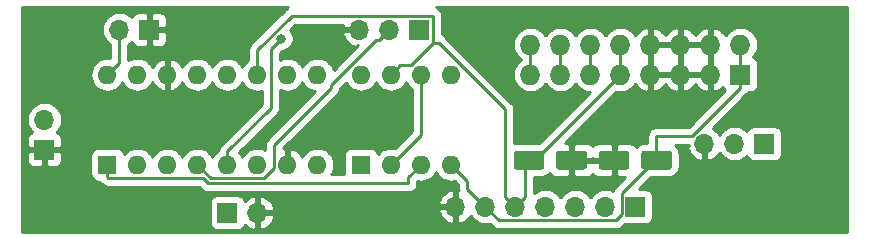
<source format=gbr>
G04 #@! TF.GenerationSoftware,KiCad,Pcbnew,(5.1.2-1)-1*
G04 #@! TF.CreationDate,2019-08-22T09:13:01-07:00*
G04 #@! TF.ProjectId,AS3310_ADSR,41533333-3130-45f4-9144-53522e6b6963,rev?*
G04 #@! TF.SameCoordinates,Original*
G04 #@! TF.FileFunction,Copper,L2,Bot*
G04 #@! TF.FilePolarity,Positive*
%FSLAX46Y46*%
G04 Gerber Fmt 4.6, Leading zero omitted, Abs format (unit mm)*
G04 Created by KiCad (PCBNEW (5.1.2-1)-1) date 2019-08-22 09:13:01*
%MOMM*%
%LPD*%
G04 APERTURE LIST*
%ADD10R,1.700000X1.700000*%
%ADD11O,1.700000X1.700000*%
%ADD12R,1.600000X1.600000*%
%ADD13O,1.600000X1.600000*%
%ADD14C,0.100000*%
%ADD15C,1.600000*%
%ADD16R,1.727200X1.727200*%
%ADD17O,1.727200X1.727200*%
%ADD18C,0.800000*%
%ADD19C,3.200001*%
%ADD20C,0.250000*%
%ADD21C,0.254000*%
G04 APERTURE END LIST*
D10*
X94234000Y-71374000D03*
D11*
X96774000Y-71374000D03*
D10*
X87630000Y-55880000D03*
D11*
X85090000Y-55880000D03*
X78740000Y-63500000D03*
D10*
X78740000Y-66040000D03*
D12*
X84074000Y-67310000D03*
D13*
X101854000Y-59690000D03*
X86614000Y-67310000D03*
X99314000Y-59690000D03*
X89154000Y-67310000D03*
X96774000Y-59690000D03*
X91694000Y-67310000D03*
X94234000Y-59690000D03*
X94234000Y-67310000D03*
X91694000Y-59690000D03*
X96774000Y-67310000D03*
X89154000Y-59690000D03*
X99314000Y-67310000D03*
X86614000Y-59690000D03*
X101854000Y-67310000D03*
X84074000Y-59690000D03*
D12*
X105537000Y-67310000D03*
D13*
X113157000Y-59690000D03*
X108077000Y-67310000D03*
X110617000Y-59690000D03*
X110617000Y-67310000D03*
X108077000Y-59690000D03*
X113157000Y-67310000D03*
X105537000Y-59690000D03*
D14*
G36*
X124435504Y-66130204D02*
G01*
X124459773Y-66133804D01*
X124483571Y-66139765D01*
X124506671Y-66148030D01*
X124528849Y-66158520D01*
X124549893Y-66171133D01*
X124569598Y-66185747D01*
X124587777Y-66202223D01*
X124604253Y-66220402D01*
X124618867Y-66240107D01*
X124631480Y-66261151D01*
X124641970Y-66283329D01*
X124650235Y-66306429D01*
X124656196Y-66330227D01*
X124659796Y-66354496D01*
X124661000Y-66379000D01*
X124661000Y-67479000D01*
X124659796Y-67503504D01*
X124656196Y-67527773D01*
X124650235Y-67551571D01*
X124641970Y-67574671D01*
X124631480Y-67596849D01*
X124618867Y-67617893D01*
X124604253Y-67637598D01*
X124587777Y-67655777D01*
X124569598Y-67672253D01*
X124549893Y-67686867D01*
X124528849Y-67699480D01*
X124506671Y-67709970D01*
X124483571Y-67718235D01*
X124459773Y-67724196D01*
X124435504Y-67727796D01*
X124411000Y-67729000D01*
X122311000Y-67729000D01*
X122286496Y-67727796D01*
X122262227Y-67724196D01*
X122238429Y-67718235D01*
X122215329Y-67709970D01*
X122193151Y-67699480D01*
X122172107Y-67686867D01*
X122152402Y-67672253D01*
X122134223Y-67655777D01*
X122117747Y-67637598D01*
X122103133Y-67617893D01*
X122090520Y-67596849D01*
X122080030Y-67574671D01*
X122071765Y-67551571D01*
X122065804Y-67527773D01*
X122062204Y-67503504D01*
X122061000Y-67479000D01*
X122061000Y-66379000D01*
X122062204Y-66354496D01*
X122065804Y-66330227D01*
X122071765Y-66306429D01*
X122080030Y-66283329D01*
X122090520Y-66261151D01*
X122103133Y-66240107D01*
X122117747Y-66220402D01*
X122134223Y-66202223D01*
X122152402Y-66185747D01*
X122172107Y-66171133D01*
X122193151Y-66158520D01*
X122215329Y-66148030D01*
X122238429Y-66139765D01*
X122262227Y-66133804D01*
X122286496Y-66130204D01*
X122311000Y-66129000D01*
X124411000Y-66129000D01*
X124435504Y-66130204D01*
X124435504Y-66130204D01*
G37*
D15*
X123361000Y-66929000D03*
D14*
G36*
X120835504Y-66130204D02*
G01*
X120859773Y-66133804D01*
X120883571Y-66139765D01*
X120906671Y-66148030D01*
X120928849Y-66158520D01*
X120949893Y-66171133D01*
X120969598Y-66185747D01*
X120987777Y-66202223D01*
X121004253Y-66220402D01*
X121018867Y-66240107D01*
X121031480Y-66261151D01*
X121041970Y-66283329D01*
X121050235Y-66306429D01*
X121056196Y-66330227D01*
X121059796Y-66354496D01*
X121061000Y-66379000D01*
X121061000Y-67479000D01*
X121059796Y-67503504D01*
X121056196Y-67527773D01*
X121050235Y-67551571D01*
X121041970Y-67574671D01*
X121031480Y-67596849D01*
X121018867Y-67617893D01*
X121004253Y-67637598D01*
X120987777Y-67655777D01*
X120969598Y-67672253D01*
X120949893Y-67686867D01*
X120928849Y-67699480D01*
X120906671Y-67709970D01*
X120883571Y-67718235D01*
X120859773Y-67724196D01*
X120835504Y-67727796D01*
X120811000Y-67729000D01*
X118711000Y-67729000D01*
X118686496Y-67727796D01*
X118662227Y-67724196D01*
X118638429Y-67718235D01*
X118615329Y-67709970D01*
X118593151Y-67699480D01*
X118572107Y-67686867D01*
X118552402Y-67672253D01*
X118534223Y-67655777D01*
X118517747Y-67637598D01*
X118503133Y-67617893D01*
X118490520Y-67596849D01*
X118480030Y-67574671D01*
X118471765Y-67551571D01*
X118465804Y-67527773D01*
X118462204Y-67503504D01*
X118461000Y-67479000D01*
X118461000Y-66379000D01*
X118462204Y-66354496D01*
X118465804Y-66330227D01*
X118471765Y-66306429D01*
X118480030Y-66283329D01*
X118490520Y-66261151D01*
X118503133Y-66240107D01*
X118517747Y-66220402D01*
X118534223Y-66202223D01*
X118552402Y-66185747D01*
X118572107Y-66171133D01*
X118593151Y-66158520D01*
X118615329Y-66148030D01*
X118638429Y-66139765D01*
X118662227Y-66133804D01*
X118686496Y-66130204D01*
X118711000Y-66129000D01*
X120811000Y-66129000D01*
X120835504Y-66130204D01*
X120835504Y-66130204D01*
G37*
D15*
X119761000Y-66929000D03*
D14*
G36*
X128052504Y-66130204D02*
G01*
X128076773Y-66133804D01*
X128100571Y-66139765D01*
X128123671Y-66148030D01*
X128145849Y-66158520D01*
X128166893Y-66171133D01*
X128186598Y-66185747D01*
X128204777Y-66202223D01*
X128221253Y-66220402D01*
X128235867Y-66240107D01*
X128248480Y-66261151D01*
X128258970Y-66283329D01*
X128267235Y-66306429D01*
X128273196Y-66330227D01*
X128276796Y-66354496D01*
X128278000Y-66379000D01*
X128278000Y-67479000D01*
X128276796Y-67503504D01*
X128273196Y-67527773D01*
X128267235Y-67551571D01*
X128258970Y-67574671D01*
X128248480Y-67596849D01*
X128235867Y-67617893D01*
X128221253Y-67637598D01*
X128204777Y-67655777D01*
X128186598Y-67672253D01*
X128166893Y-67686867D01*
X128145849Y-67699480D01*
X128123671Y-67709970D01*
X128100571Y-67718235D01*
X128076773Y-67724196D01*
X128052504Y-67727796D01*
X128028000Y-67729000D01*
X125928000Y-67729000D01*
X125903496Y-67727796D01*
X125879227Y-67724196D01*
X125855429Y-67718235D01*
X125832329Y-67709970D01*
X125810151Y-67699480D01*
X125789107Y-67686867D01*
X125769402Y-67672253D01*
X125751223Y-67655777D01*
X125734747Y-67637598D01*
X125720133Y-67617893D01*
X125707520Y-67596849D01*
X125697030Y-67574671D01*
X125688765Y-67551571D01*
X125682804Y-67527773D01*
X125679204Y-67503504D01*
X125678000Y-67479000D01*
X125678000Y-66379000D01*
X125679204Y-66354496D01*
X125682804Y-66330227D01*
X125688765Y-66306429D01*
X125697030Y-66283329D01*
X125707520Y-66261151D01*
X125720133Y-66240107D01*
X125734747Y-66220402D01*
X125751223Y-66202223D01*
X125769402Y-66185747D01*
X125789107Y-66171133D01*
X125810151Y-66158520D01*
X125832329Y-66148030D01*
X125855429Y-66139765D01*
X125879227Y-66133804D01*
X125903496Y-66130204D01*
X125928000Y-66129000D01*
X128028000Y-66129000D01*
X128052504Y-66130204D01*
X128052504Y-66130204D01*
G37*
D15*
X126978000Y-66929000D03*
D14*
G36*
X131652504Y-66130204D02*
G01*
X131676773Y-66133804D01*
X131700571Y-66139765D01*
X131723671Y-66148030D01*
X131745849Y-66158520D01*
X131766893Y-66171133D01*
X131786598Y-66185747D01*
X131804777Y-66202223D01*
X131821253Y-66220402D01*
X131835867Y-66240107D01*
X131848480Y-66261151D01*
X131858970Y-66283329D01*
X131867235Y-66306429D01*
X131873196Y-66330227D01*
X131876796Y-66354496D01*
X131878000Y-66379000D01*
X131878000Y-67479000D01*
X131876796Y-67503504D01*
X131873196Y-67527773D01*
X131867235Y-67551571D01*
X131858970Y-67574671D01*
X131848480Y-67596849D01*
X131835867Y-67617893D01*
X131821253Y-67637598D01*
X131804777Y-67655777D01*
X131786598Y-67672253D01*
X131766893Y-67686867D01*
X131745849Y-67699480D01*
X131723671Y-67709970D01*
X131700571Y-67718235D01*
X131676773Y-67724196D01*
X131652504Y-67727796D01*
X131628000Y-67729000D01*
X129528000Y-67729000D01*
X129503496Y-67727796D01*
X129479227Y-67724196D01*
X129455429Y-67718235D01*
X129432329Y-67709970D01*
X129410151Y-67699480D01*
X129389107Y-67686867D01*
X129369402Y-67672253D01*
X129351223Y-67655777D01*
X129334747Y-67637598D01*
X129320133Y-67617893D01*
X129307520Y-67596849D01*
X129297030Y-67574671D01*
X129288765Y-67551571D01*
X129282804Y-67527773D01*
X129279204Y-67503504D01*
X129278000Y-67479000D01*
X129278000Y-66379000D01*
X129279204Y-66354496D01*
X129282804Y-66330227D01*
X129288765Y-66306429D01*
X129297030Y-66283329D01*
X129307520Y-66261151D01*
X129320133Y-66240107D01*
X129334747Y-66220402D01*
X129351223Y-66202223D01*
X129369402Y-66185747D01*
X129389107Y-66171133D01*
X129410151Y-66158520D01*
X129432329Y-66148030D01*
X129455429Y-66139765D01*
X129479227Y-66133804D01*
X129503496Y-66130204D01*
X129528000Y-66129000D01*
X131628000Y-66129000D01*
X131652504Y-66130204D01*
X131652504Y-66130204D01*
G37*
D15*
X130578000Y-66929000D03*
D10*
X128778000Y-70866000D03*
D11*
X126238000Y-70866000D03*
X123698000Y-70866000D03*
X121158000Y-70866000D03*
X118618000Y-70866000D03*
X116078000Y-70866000D03*
X113538000Y-70866000D03*
X134620000Y-65532000D03*
X137160000Y-65532000D03*
D10*
X139700000Y-65532000D03*
X110490000Y-55880000D03*
D11*
X107950000Y-55880000D03*
X105410000Y-55880000D03*
D16*
X137668000Y-59690000D03*
D17*
X137668000Y-57150000D03*
X135128000Y-59690000D03*
X135128000Y-57150000D03*
X132588000Y-59690000D03*
X132588000Y-57150000D03*
X130048000Y-59690000D03*
X130048000Y-57150000D03*
X127508000Y-59690000D03*
X127508000Y-57150000D03*
X124968000Y-59690000D03*
X124968000Y-57150000D03*
X122428000Y-59690000D03*
X122428000Y-57150000D03*
X119888000Y-59690000D03*
X119888000Y-57150000D03*
D18*
X98806000Y-56642000D03*
D19*
X78740000Y-55880000D03*
X78740000Y-71120000D03*
X144780000Y-71120000D03*
X144780000Y-55880000D03*
D18*
X93218000Y-62738000D03*
X97536000Y-65024000D03*
X108458000Y-70612000D03*
D20*
X94234000Y-66178630D02*
X94234000Y-67310000D01*
X97899001Y-62513629D02*
X94234000Y-66178630D01*
X97899001Y-57548999D02*
X97899001Y-62513629D01*
X98806000Y-56642000D02*
X97899001Y-57548999D01*
X84074000Y-68360000D02*
X84074000Y-67310000D01*
X84149001Y-68435001D02*
X84074000Y-68360000D01*
X92632601Y-68885011D02*
X109563991Y-68885011D01*
X92182591Y-68435001D02*
X92632601Y-68885011D01*
X84149001Y-68435001D02*
X92182591Y-68435001D01*
X109563991Y-68885011D02*
X109563991Y-68363009D01*
X109563991Y-68363009D02*
X110617000Y-67310000D01*
X85090000Y-58674000D02*
X84074000Y-59690000D01*
X85090000Y-55880000D02*
X85090000Y-58674000D01*
X108077000Y-67310000D02*
X110617000Y-64770000D01*
X110617000Y-64770000D02*
X110617000Y-59690000D01*
X114554000Y-69342000D02*
X116078000Y-70866000D01*
X130556000Y-64878130D02*
X130556000Y-67056000D01*
X127602999Y-71533001D02*
X127602999Y-69755001D01*
X127094999Y-72041001D02*
X127602999Y-71533001D01*
X117253001Y-72041001D02*
X127094999Y-72041001D01*
X116078000Y-70866000D02*
X117253001Y-72041001D01*
X127602999Y-69755001D02*
X130556000Y-66802000D01*
X114554000Y-69342000D02*
X114554000Y-68707000D01*
X114554000Y-68707000D02*
X113157000Y-67310000D01*
X137668000Y-57150000D02*
X137668000Y-59690000D01*
X133593470Y-64878130D02*
X130556000Y-64878130D01*
X137668000Y-60803600D02*
X133593470Y-64878130D01*
X137668000Y-59690000D02*
X137668000Y-60803600D01*
X99669999Y-54704999D02*
X111600001Y-54704999D01*
X96774000Y-57600998D02*
X99669999Y-54704999D01*
X96774000Y-59690000D02*
X96774000Y-57600998D01*
X119467999Y-70016001D02*
X119467999Y-66968001D01*
X118618000Y-70866000D02*
X119467999Y-70016001D01*
X119467999Y-66968001D02*
X119555998Y-67056000D01*
X119555998Y-67056000D02*
X119555998Y-66626002D01*
X109765001Y-58890001D02*
X108876999Y-58890001D01*
X111665001Y-56990001D02*
X109765001Y-58890001D01*
X111665001Y-54769999D02*
X111665001Y-56990001D01*
X108876999Y-58890001D02*
X108077000Y-59690000D01*
X112122003Y-56990001D02*
X111665001Y-56990001D01*
X117768001Y-62635999D02*
X112122003Y-56990001D01*
X117768001Y-70016001D02*
X117768001Y-62635999D01*
X118618000Y-70866000D02*
X117768001Y-70016001D01*
X127508000Y-57150000D02*
X127508000Y-59690000D01*
X127508000Y-59690000D02*
X120142000Y-67056000D01*
X120142000Y-67056000D02*
X119634000Y-67056000D01*
X119888000Y-57150000D02*
X119888000Y-59563000D01*
X119888000Y-59563000D02*
X119761000Y-59690000D01*
X107100001Y-56729999D02*
X107950000Y-55880000D01*
X98188999Y-65641001D02*
X103014999Y-60815001D01*
X98188999Y-67560003D02*
X98188999Y-65641001D01*
X97314001Y-68435001D02*
X98188999Y-67560003D01*
X92819001Y-68435001D02*
X97314001Y-68435001D01*
X91694000Y-67310000D02*
X92819001Y-68435001D01*
X106831999Y-56729999D02*
X107100001Y-56729999D01*
X103014999Y-60546999D02*
X106831999Y-56729999D01*
X103014999Y-60815001D02*
X103014999Y-60546999D01*
X124968000Y-57150000D02*
X124968000Y-58371314D01*
X124968000Y-58371314D02*
X124968000Y-59690000D01*
X122428000Y-57150000D02*
X122428000Y-58371314D01*
X122428000Y-58371314D02*
X122428000Y-59690000D01*
D21*
G36*
X99245722Y-54070025D02*
G01*
X99166520Y-54135025D01*
X99129998Y-54164998D01*
X99106200Y-54193996D01*
X96262998Y-57037199D01*
X96234000Y-57060997D01*
X96210202Y-57089995D01*
X96210201Y-57089996D01*
X96139026Y-57176722D01*
X96068454Y-57308752D01*
X96051392Y-57365000D01*
X96024998Y-57452012D01*
X96014440Y-57559205D01*
X96010324Y-57600998D01*
X96014001Y-57638330D01*
X96014001Y-58469099D01*
X95972899Y-58491068D01*
X95754392Y-58670392D01*
X95575068Y-58888899D01*
X95504000Y-59021858D01*
X95432932Y-58888899D01*
X95253608Y-58670392D01*
X95035101Y-58491068D01*
X94785808Y-58357818D01*
X94515309Y-58275764D01*
X94304492Y-58255000D01*
X94163508Y-58255000D01*
X93952691Y-58275764D01*
X93682192Y-58357818D01*
X93432899Y-58491068D01*
X93214392Y-58670392D01*
X93035068Y-58888899D01*
X92964000Y-59021858D01*
X92892932Y-58888899D01*
X92713608Y-58670392D01*
X92495101Y-58491068D01*
X92245808Y-58357818D01*
X91975309Y-58275764D01*
X91764492Y-58255000D01*
X91623508Y-58255000D01*
X91412691Y-58275764D01*
X91142192Y-58357818D01*
X90892899Y-58491068D01*
X90674392Y-58670392D01*
X90495068Y-58888899D01*
X90421421Y-59026682D01*
X90306385Y-58834869D01*
X90117414Y-58626481D01*
X89891420Y-58458963D01*
X89637087Y-58338754D01*
X89503039Y-58298096D01*
X89281000Y-58420085D01*
X89281000Y-59563000D01*
X89301000Y-59563000D01*
X89301000Y-59817000D01*
X89281000Y-59817000D01*
X89281000Y-60959915D01*
X89503039Y-61081904D01*
X89637087Y-61041246D01*
X89891420Y-60921037D01*
X90117414Y-60753519D01*
X90306385Y-60545131D01*
X90421421Y-60353318D01*
X90495068Y-60491101D01*
X90674392Y-60709608D01*
X90892899Y-60888932D01*
X91142192Y-61022182D01*
X91412691Y-61104236D01*
X91623508Y-61125000D01*
X91764492Y-61125000D01*
X91975309Y-61104236D01*
X92245808Y-61022182D01*
X92495101Y-60888932D01*
X92713608Y-60709608D01*
X92892932Y-60491101D01*
X92964000Y-60358142D01*
X93035068Y-60491101D01*
X93214392Y-60709608D01*
X93432899Y-60888932D01*
X93682192Y-61022182D01*
X93952691Y-61104236D01*
X94163508Y-61125000D01*
X94304492Y-61125000D01*
X94515309Y-61104236D01*
X94785808Y-61022182D01*
X95035101Y-60888932D01*
X95253608Y-60709608D01*
X95432932Y-60491101D01*
X95504000Y-60358142D01*
X95575068Y-60491101D01*
X95754392Y-60709608D01*
X95972899Y-60888932D01*
X96222192Y-61022182D01*
X96492691Y-61104236D01*
X96703508Y-61125000D01*
X96844492Y-61125000D01*
X97055309Y-61104236D01*
X97139002Y-61078848D01*
X97139002Y-62198826D01*
X93723003Y-65614826D01*
X93693999Y-65638629D01*
X93638871Y-65705804D01*
X93599026Y-65754354D01*
X93541314Y-65862325D01*
X93528454Y-65886384D01*
X93484997Y-66029645D01*
X93479427Y-66086198D01*
X93432899Y-66111068D01*
X93214392Y-66290392D01*
X93035068Y-66508899D01*
X92964000Y-66641858D01*
X92892932Y-66508899D01*
X92713608Y-66290392D01*
X92495101Y-66111068D01*
X92245808Y-65977818D01*
X91975309Y-65895764D01*
X91764492Y-65875000D01*
X91623508Y-65875000D01*
X91412691Y-65895764D01*
X91142192Y-65977818D01*
X90892899Y-66111068D01*
X90674392Y-66290392D01*
X90495068Y-66508899D01*
X90424000Y-66641858D01*
X90352932Y-66508899D01*
X90173608Y-66290392D01*
X89955101Y-66111068D01*
X89705808Y-65977818D01*
X89435309Y-65895764D01*
X89224492Y-65875000D01*
X89083508Y-65875000D01*
X88872691Y-65895764D01*
X88602192Y-65977818D01*
X88352899Y-66111068D01*
X88134392Y-66290392D01*
X87955068Y-66508899D01*
X87884000Y-66641858D01*
X87812932Y-66508899D01*
X87633608Y-66290392D01*
X87415101Y-66111068D01*
X87165808Y-65977818D01*
X86895309Y-65895764D01*
X86684492Y-65875000D01*
X86543508Y-65875000D01*
X86332691Y-65895764D01*
X86062192Y-65977818D01*
X85812899Y-66111068D01*
X85594392Y-66290392D01*
X85501581Y-66403482D01*
X85499812Y-66385518D01*
X85463502Y-66265820D01*
X85404537Y-66155506D01*
X85325185Y-66058815D01*
X85228494Y-65979463D01*
X85118180Y-65920498D01*
X84998482Y-65884188D01*
X84874000Y-65871928D01*
X83274000Y-65871928D01*
X83149518Y-65884188D01*
X83029820Y-65920498D01*
X82919506Y-65979463D01*
X82822815Y-66058815D01*
X82743463Y-66155506D01*
X82684498Y-66265820D01*
X82648188Y-66385518D01*
X82635928Y-66510000D01*
X82635928Y-68110000D01*
X82648188Y-68234482D01*
X82684498Y-68354180D01*
X82743463Y-68464494D01*
X82822815Y-68561185D01*
X82919506Y-68640537D01*
X83029820Y-68699502D01*
X83149518Y-68735812D01*
X83274000Y-68748072D01*
X83419674Y-68748072D01*
X83439026Y-68784276D01*
X83478871Y-68832826D01*
X83533999Y-68900001D01*
X83563000Y-68923802D01*
X83585200Y-68946002D01*
X83609000Y-68975002D01*
X83724725Y-69069975D01*
X83856754Y-69140547D01*
X84000015Y-69184004D01*
X84111668Y-69195001D01*
X84111678Y-69195001D01*
X84149000Y-69198677D01*
X84186323Y-69195001D01*
X91867790Y-69195001D01*
X92068797Y-69396008D01*
X92092600Y-69425012D01*
X92208325Y-69519985D01*
X92340354Y-69590557D01*
X92483615Y-69634014D01*
X92595268Y-69645011D01*
X92595277Y-69645011D01*
X92632600Y-69648687D01*
X92669923Y-69645011D01*
X109526658Y-69645011D01*
X109563991Y-69648688D01*
X109601324Y-69645011D01*
X109712977Y-69634014D01*
X109856238Y-69590557D01*
X109988267Y-69519985D01*
X110103992Y-69425012D01*
X110198965Y-69309287D01*
X110269537Y-69177258D01*
X110312994Y-69033997D01*
X110327668Y-68885011D01*
X110323991Y-68847678D01*
X110323991Y-68720687D01*
X110335691Y-68724236D01*
X110546508Y-68745000D01*
X110687492Y-68745000D01*
X110898309Y-68724236D01*
X111168808Y-68642182D01*
X111418101Y-68508932D01*
X111636608Y-68329608D01*
X111815932Y-68111101D01*
X111887000Y-67978142D01*
X111958068Y-68111101D01*
X112137392Y-68329608D01*
X112355899Y-68508932D01*
X112605192Y-68642182D01*
X112875691Y-68724236D01*
X113086508Y-68745000D01*
X113227492Y-68745000D01*
X113438309Y-68724236D01*
X113482906Y-68710708D01*
X113794000Y-69021802D01*
X113794000Y-69304678D01*
X113790324Y-69342000D01*
X113794000Y-69379322D01*
X113794000Y-69379332D01*
X113803216Y-69472904D01*
X113665000Y-69545845D01*
X113665000Y-70739000D01*
X113685000Y-70739000D01*
X113685000Y-70993000D01*
X113665000Y-70993000D01*
X113665000Y-72186155D01*
X113894890Y-72307476D01*
X114042099Y-72262825D01*
X114304920Y-72137641D01*
X114538269Y-71963588D01*
X114733178Y-71747355D01*
X114802799Y-71630477D01*
X114837294Y-71695014D01*
X115022866Y-71921134D01*
X115248986Y-72106706D01*
X115506966Y-72244599D01*
X115786889Y-72329513D01*
X116005050Y-72351000D01*
X116150950Y-72351000D01*
X116369111Y-72329513D01*
X116443995Y-72306797D01*
X116689202Y-72552004D01*
X116713000Y-72581002D01*
X116828725Y-72675975D01*
X116960754Y-72746547D01*
X117104015Y-72790004D01*
X117215668Y-72801001D01*
X117215677Y-72801001D01*
X117253000Y-72804677D01*
X117290323Y-72801001D01*
X127057677Y-72801001D01*
X127094999Y-72804677D01*
X127132321Y-72801001D01*
X127132332Y-72801001D01*
X127243985Y-72790004D01*
X127387246Y-72746547D01*
X127519275Y-72675975D01*
X127635000Y-72581002D01*
X127658802Y-72551999D01*
X127863119Y-72347682D01*
X127928000Y-72354072D01*
X129628000Y-72354072D01*
X129752482Y-72341812D01*
X129872180Y-72305502D01*
X129982494Y-72246537D01*
X130079185Y-72167185D01*
X130158537Y-72070494D01*
X130217502Y-71960180D01*
X130253812Y-71840482D01*
X130266072Y-71716000D01*
X130266072Y-70016000D01*
X130253812Y-69891518D01*
X130217502Y-69771820D01*
X130158537Y-69661506D01*
X130079185Y-69564815D01*
X129982494Y-69485463D01*
X129872180Y-69426498D01*
X129752482Y-69390188D01*
X129628000Y-69377928D01*
X129054873Y-69377928D01*
X130065730Y-68367072D01*
X131628000Y-68367072D01*
X131801254Y-68350008D01*
X131967850Y-68299472D01*
X132121386Y-68217405D01*
X132255962Y-68106962D01*
X132366405Y-67972386D01*
X132448472Y-67818850D01*
X132499008Y-67652254D01*
X132516072Y-67479000D01*
X132516072Y-66379000D01*
X132499008Y-66205746D01*
X132448472Y-66039150D01*
X132366405Y-65885614D01*
X132255962Y-65751038D01*
X132121386Y-65640595D01*
X132116774Y-65638130D01*
X133135000Y-65638130D01*
X133135000Y-65659002D01*
X133299185Y-65659002D01*
X133178519Y-65888891D01*
X133275843Y-66163252D01*
X133424822Y-66413355D01*
X133619731Y-66629588D01*
X133853080Y-66803641D01*
X134115901Y-66928825D01*
X134263110Y-66973476D01*
X134493000Y-66852155D01*
X134493000Y-65659000D01*
X134473000Y-65659000D01*
X134473000Y-65405000D01*
X134493000Y-65405000D01*
X134493000Y-65385000D01*
X134747000Y-65385000D01*
X134747000Y-65405000D01*
X134767000Y-65405000D01*
X134767000Y-65659000D01*
X134747000Y-65659000D01*
X134747000Y-66852155D01*
X134976890Y-66973476D01*
X135124099Y-66928825D01*
X135386920Y-66803641D01*
X135620269Y-66629588D01*
X135815178Y-66413355D01*
X135884799Y-66296477D01*
X135919294Y-66361014D01*
X136104866Y-66587134D01*
X136330986Y-66772706D01*
X136588966Y-66910599D01*
X136868889Y-66995513D01*
X137087050Y-67017000D01*
X137232950Y-67017000D01*
X137451111Y-66995513D01*
X137731034Y-66910599D01*
X137989014Y-66772706D01*
X138215134Y-66587134D01*
X138239607Y-66557313D01*
X138260498Y-66626180D01*
X138319463Y-66736494D01*
X138398815Y-66833185D01*
X138495506Y-66912537D01*
X138605820Y-66971502D01*
X138725518Y-67007812D01*
X138850000Y-67020072D01*
X140550000Y-67020072D01*
X140674482Y-67007812D01*
X140794180Y-66971502D01*
X140904494Y-66912537D01*
X141001185Y-66833185D01*
X141080537Y-66736494D01*
X141139502Y-66626180D01*
X141175812Y-66506482D01*
X141188072Y-66382000D01*
X141188072Y-64682000D01*
X141175812Y-64557518D01*
X141139502Y-64437820D01*
X141080537Y-64327506D01*
X141001185Y-64230815D01*
X140904494Y-64151463D01*
X140794180Y-64092498D01*
X140674482Y-64056188D01*
X140550000Y-64043928D01*
X138850000Y-64043928D01*
X138725518Y-64056188D01*
X138605820Y-64092498D01*
X138495506Y-64151463D01*
X138398815Y-64230815D01*
X138319463Y-64327506D01*
X138260498Y-64437820D01*
X138239607Y-64506687D01*
X138215134Y-64476866D01*
X137989014Y-64291294D01*
X137731034Y-64153401D01*
X137451111Y-64068487D01*
X137232950Y-64047000D01*
X137087050Y-64047000D01*
X136868889Y-64068487D01*
X136588966Y-64153401D01*
X136330986Y-64291294D01*
X136104866Y-64476866D01*
X135919294Y-64702986D01*
X135884799Y-64767523D01*
X135815178Y-64650645D01*
X135620269Y-64434412D01*
X135386920Y-64260359D01*
X135318589Y-64227812D01*
X138179003Y-61367399D01*
X138208001Y-61343601D01*
X138302974Y-61227876D01*
X138322326Y-61191672D01*
X138531600Y-61191672D01*
X138656082Y-61179412D01*
X138775780Y-61143102D01*
X138886094Y-61084137D01*
X138982785Y-61004785D01*
X139062137Y-60908094D01*
X139121102Y-60797780D01*
X139157412Y-60678082D01*
X139169672Y-60553600D01*
X139169672Y-58826400D01*
X139157412Y-58701918D01*
X139121102Y-58582220D01*
X139062137Y-58471906D01*
X138982785Y-58375215D01*
X138886094Y-58295863D01*
X138775780Y-58236898D01*
X138724735Y-58221414D01*
X138732797Y-58214797D01*
X138920069Y-57986606D01*
X139059225Y-57726264D01*
X139144916Y-57443777D01*
X139173851Y-57150000D01*
X139144916Y-56856223D01*
X139059225Y-56573736D01*
X138920069Y-56313394D01*
X138732797Y-56085203D01*
X138504606Y-55897931D01*
X138244264Y-55758775D01*
X137961777Y-55673084D01*
X137741619Y-55651400D01*
X137594381Y-55651400D01*
X137374223Y-55673084D01*
X137091736Y-55758775D01*
X136831394Y-55897931D01*
X136603203Y-56085203D01*
X136415931Y-56313394D01*
X136392137Y-56357910D01*
X136334817Y-56261512D01*
X136138293Y-56043146D01*
X135902944Y-55867316D01*
X135637814Y-55740778D01*
X135487026Y-55695042D01*
X135255000Y-55816183D01*
X135255000Y-57023000D01*
X135275000Y-57023000D01*
X135275000Y-57277000D01*
X135255000Y-57277000D01*
X135255000Y-59563000D01*
X135275000Y-59563000D01*
X135275000Y-59817000D01*
X135255000Y-59817000D01*
X135255000Y-61023817D01*
X135487026Y-61144958D01*
X135637814Y-61099222D01*
X135902944Y-60972684D01*
X136138293Y-60796854D01*
X136195376Y-60733426D01*
X136214898Y-60797780D01*
X136273863Y-60908094D01*
X136353215Y-61004785D01*
X136374525Y-61022273D01*
X133278669Y-64118130D01*
X130593333Y-64118130D01*
X130556000Y-64114453D01*
X130518667Y-64118130D01*
X130407014Y-64129127D01*
X130263753Y-64172584D01*
X130131724Y-64243156D01*
X130015999Y-64338129D01*
X129921026Y-64453854D01*
X129850454Y-64585883D01*
X129806997Y-64729144D01*
X129792323Y-64878130D01*
X129796000Y-64915463D01*
X129796000Y-65490928D01*
X129528000Y-65490928D01*
X129354746Y-65507992D01*
X129188150Y-65558528D01*
X129034614Y-65640595D01*
X128900038Y-65751038D01*
X128837031Y-65827813D01*
X128808537Y-65774506D01*
X128729185Y-65677815D01*
X128632494Y-65598463D01*
X128522180Y-65539498D01*
X128402482Y-65503188D01*
X128278000Y-65490928D01*
X127263750Y-65494000D01*
X127105000Y-65652750D01*
X127105000Y-66802000D01*
X127125000Y-66802000D01*
X127125000Y-67056000D01*
X127105000Y-67056000D01*
X127105000Y-68205250D01*
X127263750Y-68364000D01*
X127917219Y-68365979D01*
X127091997Y-69191202D01*
X127062999Y-69215000D01*
X127039201Y-69243998D01*
X127039200Y-69243999D01*
X126968025Y-69330725D01*
X126897453Y-69462755D01*
X126880093Y-69519985D01*
X126878684Y-69524630D01*
X126809034Y-69487401D01*
X126529111Y-69402487D01*
X126310950Y-69381000D01*
X126165050Y-69381000D01*
X125946889Y-69402487D01*
X125666966Y-69487401D01*
X125408986Y-69625294D01*
X125182866Y-69810866D01*
X124997294Y-70036986D01*
X124968000Y-70091791D01*
X124938706Y-70036986D01*
X124753134Y-69810866D01*
X124527014Y-69625294D01*
X124269034Y-69487401D01*
X123989111Y-69402487D01*
X123770950Y-69381000D01*
X123625050Y-69381000D01*
X123406889Y-69402487D01*
X123126966Y-69487401D01*
X122868986Y-69625294D01*
X122642866Y-69810866D01*
X122457294Y-70036986D01*
X122428000Y-70091791D01*
X122398706Y-70036986D01*
X122213134Y-69810866D01*
X121987014Y-69625294D01*
X121729034Y-69487401D01*
X121449111Y-69402487D01*
X121230950Y-69381000D01*
X121085050Y-69381000D01*
X120866889Y-69402487D01*
X120586966Y-69487401D01*
X120328986Y-69625294D01*
X120227999Y-69708172D01*
X120227999Y-68367072D01*
X120811000Y-68367072D01*
X120984254Y-68350008D01*
X121150850Y-68299472D01*
X121304386Y-68217405D01*
X121438962Y-68106962D01*
X121501969Y-68030187D01*
X121530463Y-68083494D01*
X121609815Y-68180185D01*
X121706506Y-68259537D01*
X121816820Y-68318502D01*
X121936518Y-68354812D01*
X122061000Y-68367072D01*
X123075250Y-68364000D01*
X123234000Y-68205250D01*
X123234000Y-67056000D01*
X123488000Y-67056000D01*
X123488000Y-68205250D01*
X123646750Y-68364000D01*
X124661000Y-68367072D01*
X124785482Y-68354812D01*
X124905180Y-68318502D01*
X125015494Y-68259537D01*
X125112185Y-68180185D01*
X125169500Y-68110346D01*
X125226815Y-68180185D01*
X125323506Y-68259537D01*
X125433820Y-68318502D01*
X125553518Y-68354812D01*
X125678000Y-68367072D01*
X126692250Y-68364000D01*
X126851000Y-68205250D01*
X126851000Y-67056000D01*
X125201750Y-67056000D01*
X125169500Y-67088250D01*
X125137250Y-67056000D01*
X123488000Y-67056000D01*
X123234000Y-67056000D01*
X123214000Y-67056000D01*
X123214000Y-66802000D01*
X123234000Y-66802000D01*
X123234000Y-65652750D01*
X123488000Y-65652750D01*
X123488000Y-66802000D01*
X125137250Y-66802000D01*
X125169500Y-66769750D01*
X125201750Y-66802000D01*
X126851000Y-66802000D01*
X126851000Y-65652750D01*
X126692250Y-65494000D01*
X125678000Y-65490928D01*
X125553518Y-65503188D01*
X125433820Y-65539498D01*
X125323506Y-65598463D01*
X125226815Y-65677815D01*
X125169500Y-65747654D01*
X125112185Y-65677815D01*
X125015494Y-65598463D01*
X124905180Y-65539498D01*
X124785482Y-65503188D01*
X124661000Y-65490928D01*
X123646750Y-65494000D01*
X123488000Y-65652750D01*
X123234000Y-65652750D01*
X123075250Y-65494000D01*
X122779696Y-65493105D01*
X127131101Y-61141701D01*
X127214223Y-61166916D01*
X127434381Y-61188600D01*
X127581619Y-61188600D01*
X127801777Y-61166916D01*
X128084264Y-61081225D01*
X128344606Y-60942069D01*
X128572797Y-60754797D01*
X128760069Y-60526606D01*
X128783863Y-60482090D01*
X128841183Y-60578488D01*
X129037707Y-60796854D01*
X129273056Y-60972684D01*
X129538186Y-61099222D01*
X129688974Y-61144958D01*
X129921000Y-61023817D01*
X129921000Y-59817000D01*
X130175000Y-59817000D01*
X130175000Y-61023817D01*
X130407026Y-61144958D01*
X130557814Y-61099222D01*
X130822944Y-60972684D01*
X131058293Y-60796854D01*
X131254817Y-60578488D01*
X131318000Y-60472230D01*
X131381183Y-60578488D01*
X131577707Y-60796854D01*
X131813056Y-60972684D01*
X132078186Y-61099222D01*
X132228974Y-61144958D01*
X132461000Y-61023817D01*
X132461000Y-59817000D01*
X132715000Y-59817000D01*
X132715000Y-61023817D01*
X132947026Y-61144958D01*
X133097814Y-61099222D01*
X133362944Y-60972684D01*
X133598293Y-60796854D01*
X133794817Y-60578488D01*
X133858000Y-60472230D01*
X133921183Y-60578488D01*
X134117707Y-60796854D01*
X134353056Y-60972684D01*
X134618186Y-61099222D01*
X134768974Y-61144958D01*
X135001000Y-61023817D01*
X135001000Y-59817000D01*
X132715000Y-59817000D01*
X132461000Y-59817000D01*
X130175000Y-59817000D01*
X129921000Y-59817000D01*
X129901000Y-59817000D01*
X129901000Y-59563000D01*
X129921000Y-59563000D01*
X129921000Y-57277000D01*
X130175000Y-57277000D01*
X130175000Y-59563000D01*
X132461000Y-59563000D01*
X132461000Y-57277000D01*
X132715000Y-57277000D01*
X132715000Y-59563000D01*
X135001000Y-59563000D01*
X135001000Y-57277000D01*
X132715000Y-57277000D01*
X132461000Y-57277000D01*
X130175000Y-57277000D01*
X129921000Y-57277000D01*
X129901000Y-57277000D01*
X129901000Y-57023000D01*
X129921000Y-57023000D01*
X129921000Y-55816183D01*
X130175000Y-55816183D01*
X130175000Y-57023000D01*
X132461000Y-57023000D01*
X132461000Y-55816183D01*
X132715000Y-55816183D01*
X132715000Y-57023000D01*
X135001000Y-57023000D01*
X135001000Y-55816183D01*
X134768974Y-55695042D01*
X134618186Y-55740778D01*
X134353056Y-55867316D01*
X134117707Y-56043146D01*
X133921183Y-56261512D01*
X133858000Y-56367770D01*
X133794817Y-56261512D01*
X133598293Y-56043146D01*
X133362944Y-55867316D01*
X133097814Y-55740778D01*
X132947026Y-55695042D01*
X132715000Y-55816183D01*
X132461000Y-55816183D01*
X132228974Y-55695042D01*
X132078186Y-55740778D01*
X131813056Y-55867316D01*
X131577707Y-56043146D01*
X131381183Y-56261512D01*
X131318000Y-56367770D01*
X131254817Y-56261512D01*
X131058293Y-56043146D01*
X130822944Y-55867316D01*
X130557814Y-55740778D01*
X130407026Y-55695042D01*
X130175000Y-55816183D01*
X129921000Y-55816183D01*
X129688974Y-55695042D01*
X129538186Y-55740778D01*
X129273056Y-55867316D01*
X129037707Y-56043146D01*
X128841183Y-56261512D01*
X128783863Y-56357910D01*
X128760069Y-56313394D01*
X128572797Y-56085203D01*
X128344606Y-55897931D01*
X128084264Y-55758775D01*
X127801777Y-55673084D01*
X127581619Y-55651400D01*
X127434381Y-55651400D01*
X127214223Y-55673084D01*
X126931736Y-55758775D01*
X126671394Y-55897931D01*
X126443203Y-56085203D01*
X126255931Y-56313394D01*
X126238000Y-56346940D01*
X126220069Y-56313394D01*
X126032797Y-56085203D01*
X125804606Y-55897931D01*
X125544264Y-55758775D01*
X125261777Y-55673084D01*
X125041619Y-55651400D01*
X124894381Y-55651400D01*
X124674223Y-55673084D01*
X124391736Y-55758775D01*
X124131394Y-55897931D01*
X123903203Y-56085203D01*
X123715931Y-56313394D01*
X123698000Y-56346940D01*
X123680069Y-56313394D01*
X123492797Y-56085203D01*
X123264606Y-55897931D01*
X123004264Y-55758775D01*
X122721777Y-55673084D01*
X122501619Y-55651400D01*
X122354381Y-55651400D01*
X122134223Y-55673084D01*
X121851736Y-55758775D01*
X121591394Y-55897931D01*
X121363203Y-56085203D01*
X121175931Y-56313394D01*
X121158000Y-56346940D01*
X121140069Y-56313394D01*
X120952797Y-56085203D01*
X120724606Y-55897931D01*
X120464264Y-55758775D01*
X120181777Y-55673084D01*
X119961619Y-55651400D01*
X119814381Y-55651400D01*
X119594223Y-55673084D01*
X119311736Y-55758775D01*
X119051394Y-55897931D01*
X118823203Y-56085203D01*
X118635931Y-56313394D01*
X118496775Y-56573736D01*
X118411084Y-56856223D01*
X118382149Y-57150000D01*
X118411084Y-57443777D01*
X118496775Y-57726264D01*
X118635931Y-57986606D01*
X118823203Y-58214797D01*
X119051394Y-58402069D01*
X119084940Y-58420000D01*
X119051394Y-58437931D01*
X118823203Y-58625203D01*
X118635931Y-58853394D01*
X118496775Y-59113736D01*
X118411084Y-59396223D01*
X118382149Y-59690000D01*
X118411084Y-59983777D01*
X118496775Y-60266264D01*
X118635931Y-60526606D01*
X118823203Y-60754797D01*
X119051394Y-60942069D01*
X119311736Y-61081225D01*
X119594223Y-61166916D01*
X119814381Y-61188600D01*
X119961619Y-61188600D01*
X120181777Y-61166916D01*
X120464264Y-61081225D01*
X120724606Y-60942069D01*
X120952797Y-60754797D01*
X121140069Y-60526606D01*
X121158000Y-60493060D01*
X121175931Y-60526606D01*
X121363203Y-60754797D01*
X121591394Y-60942069D01*
X121851736Y-61081225D01*
X122134223Y-61166916D01*
X122354381Y-61188600D01*
X122501619Y-61188600D01*
X122721777Y-61166916D01*
X123004264Y-61081225D01*
X123264606Y-60942069D01*
X123492797Y-60754797D01*
X123680069Y-60526606D01*
X123698000Y-60493060D01*
X123715931Y-60526606D01*
X123903203Y-60754797D01*
X124131394Y-60942069D01*
X124391736Y-61081225D01*
X124674223Y-61166916D01*
X124894381Y-61188600D01*
X124934598Y-61188600D01*
X120632271Y-65490928D01*
X118711000Y-65490928D01*
X118537746Y-65507992D01*
X118528001Y-65510948D01*
X118528001Y-62673322D01*
X118531677Y-62635999D01*
X118528001Y-62598676D01*
X118528001Y-62598666D01*
X118517004Y-62487013D01*
X118473547Y-62343752D01*
X118428403Y-62259294D01*
X118402975Y-62211722D01*
X118331800Y-62124996D01*
X118308002Y-62095998D01*
X118279004Y-62072200D01*
X112685807Y-56479004D01*
X112662004Y-56450000D01*
X112546279Y-56355027D01*
X112425001Y-56290202D01*
X112425001Y-54732666D01*
X112414004Y-54621013D01*
X112370547Y-54477752D01*
X112299975Y-54345723D01*
X112205002Y-54229998D01*
X112169302Y-54200700D01*
X112140002Y-54164998D01*
X112024277Y-54070025D01*
X111893271Y-54000000D01*
X146660000Y-54000000D01*
X146660001Y-73000000D01*
X76860000Y-73000000D01*
X76860000Y-70524000D01*
X92745928Y-70524000D01*
X92745928Y-72224000D01*
X92758188Y-72348482D01*
X92794498Y-72468180D01*
X92853463Y-72578494D01*
X92932815Y-72675185D01*
X93029506Y-72754537D01*
X93139820Y-72813502D01*
X93259518Y-72849812D01*
X93384000Y-72862072D01*
X95084000Y-72862072D01*
X95208482Y-72849812D01*
X95328180Y-72813502D01*
X95438494Y-72754537D01*
X95535185Y-72675185D01*
X95614537Y-72578494D01*
X95673502Y-72468180D01*
X95697966Y-72387534D01*
X95773731Y-72471588D01*
X96007080Y-72645641D01*
X96269901Y-72770825D01*
X96417110Y-72815476D01*
X96647000Y-72694155D01*
X96647000Y-71501000D01*
X96901000Y-71501000D01*
X96901000Y-72694155D01*
X97130890Y-72815476D01*
X97278099Y-72770825D01*
X97540920Y-72645641D01*
X97774269Y-72471588D01*
X97969178Y-72255355D01*
X98118157Y-72005252D01*
X98215481Y-71730891D01*
X98094814Y-71501000D01*
X96901000Y-71501000D01*
X96647000Y-71501000D01*
X96627000Y-71501000D01*
X96627000Y-71247000D01*
X96647000Y-71247000D01*
X96647000Y-70053845D01*
X96901000Y-70053845D01*
X96901000Y-71247000D01*
X98094814Y-71247000D01*
X98107468Y-71222891D01*
X112096519Y-71222891D01*
X112193843Y-71497252D01*
X112342822Y-71747355D01*
X112537731Y-71963588D01*
X112771080Y-72137641D01*
X113033901Y-72262825D01*
X113181110Y-72307476D01*
X113411000Y-72186155D01*
X113411000Y-70993000D01*
X112217186Y-70993000D01*
X112096519Y-71222891D01*
X98107468Y-71222891D01*
X98215481Y-71017109D01*
X98118157Y-70742748D01*
X97978986Y-70509109D01*
X112096519Y-70509109D01*
X112217186Y-70739000D01*
X113411000Y-70739000D01*
X113411000Y-69545845D01*
X113181110Y-69424524D01*
X113033901Y-69469175D01*
X112771080Y-69594359D01*
X112537731Y-69768412D01*
X112342822Y-69984645D01*
X112193843Y-70234748D01*
X112096519Y-70509109D01*
X97978986Y-70509109D01*
X97969178Y-70492645D01*
X97774269Y-70276412D01*
X97540920Y-70102359D01*
X97278099Y-69977175D01*
X97130890Y-69932524D01*
X96901000Y-70053845D01*
X96647000Y-70053845D01*
X96417110Y-69932524D01*
X96269901Y-69977175D01*
X96007080Y-70102359D01*
X95773731Y-70276412D01*
X95697966Y-70360466D01*
X95673502Y-70279820D01*
X95614537Y-70169506D01*
X95535185Y-70072815D01*
X95438494Y-69993463D01*
X95328180Y-69934498D01*
X95208482Y-69898188D01*
X95084000Y-69885928D01*
X93384000Y-69885928D01*
X93259518Y-69898188D01*
X93139820Y-69934498D01*
X93029506Y-69993463D01*
X92932815Y-70072815D01*
X92853463Y-70169506D01*
X92794498Y-70279820D01*
X92758188Y-70399518D01*
X92745928Y-70524000D01*
X76860000Y-70524000D01*
X76860000Y-66890000D01*
X77251928Y-66890000D01*
X77264188Y-67014482D01*
X77300498Y-67134180D01*
X77359463Y-67244494D01*
X77438815Y-67341185D01*
X77535506Y-67420537D01*
X77645820Y-67479502D01*
X77765518Y-67515812D01*
X77890000Y-67528072D01*
X78454250Y-67525000D01*
X78613000Y-67366250D01*
X78613000Y-66167000D01*
X78867000Y-66167000D01*
X78867000Y-67366250D01*
X79025750Y-67525000D01*
X79590000Y-67528072D01*
X79714482Y-67515812D01*
X79834180Y-67479502D01*
X79944494Y-67420537D01*
X80041185Y-67341185D01*
X80120537Y-67244494D01*
X80179502Y-67134180D01*
X80215812Y-67014482D01*
X80228072Y-66890000D01*
X80225000Y-66325750D01*
X80066250Y-66167000D01*
X78867000Y-66167000D01*
X78613000Y-66167000D01*
X77413750Y-66167000D01*
X77255000Y-66325750D01*
X77251928Y-66890000D01*
X76860000Y-66890000D01*
X76860000Y-63500000D01*
X77247815Y-63500000D01*
X77276487Y-63791111D01*
X77361401Y-64071034D01*
X77499294Y-64329014D01*
X77684866Y-64555134D01*
X77714687Y-64579607D01*
X77645820Y-64600498D01*
X77535506Y-64659463D01*
X77438815Y-64738815D01*
X77359463Y-64835506D01*
X77300498Y-64945820D01*
X77264188Y-65065518D01*
X77251928Y-65190000D01*
X77255000Y-65754250D01*
X77413750Y-65913000D01*
X78613000Y-65913000D01*
X78613000Y-65893000D01*
X78867000Y-65893000D01*
X78867000Y-65913000D01*
X80066250Y-65913000D01*
X80225000Y-65754250D01*
X80228072Y-65190000D01*
X80215812Y-65065518D01*
X80179502Y-64945820D01*
X80120537Y-64835506D01*
X80041185Y-64738815D01*
X79944494Y-64659463D01*
X79834180Y-64600498D01*
X79765313Y-64579607D01*
X79795134Y-64555134D01*
X79980706Y-64329014D01*
X80118599Y-64071034D01*
X80203513Y-63791111D01*
X80232185Y-63500000D01*
X80203513Y-63208889D01*
X80118599Y-62928966D01*
X79980706Y-62670986D01*
X79795134Y-62444866D01*
X79569014Y-62259294D01*
X79311034Y-62121401D01*
X79031111Y-62036487D01*
X78812950Y-62015000D01*
X78667050Y-62015000D01*
X78448889Y-62036487D01*
X78168966Y-62121401D01*
X77910986Y-62259294D01*
X77684866Y-62444866D01*
X77499294Y-62670986D01*
X77361401Y-62928966D01*
X77276487Y-63208889D01*
X77247815Y-63500000D01*
X76860000Y-63500000D01*
X76860000Y-59690000D01*
X82632057Y-59690000D01*
X82659764Y-59971309D01*
X82741818Y-60241808D01*
X82875068Y-60491101D01*
X83054392Y-60709608D01*
X83272899Y-60888932D01*
X83522192Y-61022182D01*
X83792691Y-61104236D01*
X84003508Y-61125000D01*
X84144492Y-61125000D01*
X84355309Y-61104236D01*
X84625808Y-61022182D01*
X84875101Y-60888932D01*
X85093608Y-60709608D01*
X85272932Y-60491101D01*
X85344000Y-60358142D01*
X85415068Y-60491101D01*
X85594392Y-60709608D01*
X85812899Y-60888932D01*
X86062192Y-61022182D01*
X86332691Y-61104236D01*
X86543508Y-61125000D01*
X86684492Y-61125000D01*
X86895309Y-61104236D01*
X87165808Y-61022182D01*
X87415101Y-60888932D01*
X87633608Y-60709608D01*
X87812932Y-60491101D01*
X87886579Y-60353318D01*
X88001615Y-60545131D01*
X88190586Y-60753519D01*
X88416580Y-60921037D01*
X88670913Y-61041246D01*
X88804961Y-61081904D01*
X89027000Y-60959915D01*
X89027000Y-59817000D01*
X89007000Y-59817000D01*
X89007000Y-59563000D01*
X89027000Y-59563000D01*
X89027000Y-58420085D01*
X88804961Y-58298096D01*
X88670913Y-58338754D01*
X88416580Y-58458963D01*
X88190586Y-58626481D01*
X88001615Y-58834869D01*
X87886579Y-59026682D01*
X87812932Y-58888899D01*
X87633608Y-58670392D01*
X87415101Y-58491068D01*
X87165808Y-58357818D01*
X86895309Y-58275764D01*
X86684492Y-58255000D01*
X86543508Y-58255000D01*
X86332691Y-58275764D01*
X86062192Y-58357818D01*
X85850000Y-58471237D01*
X85850000Y-57157595D01*
X85919014Y-57120706D01*
X86145134Y-56935134D01*
X86169607Y-56905313D01*
X86190498Y-56974180D01*
X86249463Y-57084494D01*
X86328815Y-57181185D01*
X86425506Y-57260537D01*
X86535820Y-57319502D01*
X86655518Y-57355812D01*
X86780000Y-57368072D01*
X87344250Y-57365000D01*
X87503000Y-57206250D01*
X87503000Y-56007000D01*
X87757000Y-56007000D01*
X87757000Y-57206250D01*
X87915750Y-57365000D01*
X88480000Y-57368072D01*
X88604482Y-57355812D01*
X88724180Y-57319502D01*
X88834494Y-57260537D01*
X88931185Y-57181185D01*
X89010537Y-57084494D01*
X89069502Y-56974180D01*
X89105812Y-56854482D01*
X89118072Y-56730000D01*
X89115000Y-56165750D01*
X88956250Y-56007000D01*
X87757000Y-56007000D01*
X87503000Y-56007000D01*
X87483000Y-56007000D01*
X87483000Y-55753000D01*
X87503000Y-55753000D01*
X87503000Y-54553750D01*
X87757000Y-54553750D01*
X87757000Y-55753000D01*
X88956250Y-55753000D01*
X89115000Y-55594250D01*
X89118072Y-55030000D01*
X89105812Y-54905518D01*
X89069502Y-54785820D01*
X89010537Y-54675506D01*
X88931185Y-54578815D01*
X88834494Y-54499463D01*
X88724180Y-54440498D01*
X88604482Y-54404188D01*
X88480000Y-54391928D01*
X87915750Y-54395000D01*
X87757000Y-54553750D01*
X87503000Y-54553750D01*
X87344250Y-54395000D01*
X86780000Y-54391928D01*
X86655518Y-54404188D01*
X86535820Y-54440498D01*
X86425506Y-54499463D01*
X86328815Y-54578815D01*
X86249463Y-54675506D01*
X86190498Y-54785820D01*
X86169607Y-54854687D01*
X86145134Y-54824866D01*
X85919014Y-54639294D01*
X85661034Y-54501401D01*
X85381111Y-54416487D01*
X85162950Y-54395000D01*
X85017050Y-54395000D01*
X84798889Y-54416487D01*
X84518966Y-54501401D01*
X84260986Y-54639294D01*
X84034866Y-54824866D01*
X83849294Y-55050986D01*
X83711401Y-55308966D01*
X83626487Y-55588889D01*
X83597815Y-55880000D01*
X83626487Y-56171111D01*
X83711401Y-56451034D01*
X83849294Y-56709014D01*
X84034866Y-56935134D01*
X84260986Y-57120706D01*
X84330000Y-57157595D01*
X84330001Y-58273271D01*
X84144492Y-58255000D01*
X84003508Y-58255000D01*
X83792691Y-58275764D01*
X83522192Y-58357818D01*
X83272899Y-58491068D01*
X83054392Y-58670392D01*
X82875068Y-58888899D01*
X82741818Y-59138192D01*
X82659764Y-59408691D01*
X82632057Y-59690000D01*
X76860000Y-59690000D01*
X76860000Y-54000000D01*
X99376729Y-54000000D01*
X99245722Y-54070025D01*
X99245722Y-54070025D01*
G37*
X99245722Y-54070025D02*
X99166520Y-54135025D01*
X99129998Y-54164998D01*
X99106200Y-54193996D01*
X96262998Y-57037199D01*
X96234000Y-57060997D01*
X96210202Y-57089995D01*
X96210201Y-57089996D01*
X96139026Y-57176722D01*
X96068454Y-57308752D01*
X96051392Y-57365000D01*
X96024998Y-57452012D01*
X96014440Y-57559205D01*
X96010324Y-57600998D01*
X96014001Y-57638330D01*
X96014001Y-58469099D01*
X95972899Y-58491068D01*
X95754392Y-58670392D01*
X95575068Y-58888899D01*
X95504000Y-59021858D01*
X95432932Y-58888899D01*
X95253608Y-58670392D01*
X95035101Y-58491068D01*
X94785808Y-58357818D01*
X94515309Y-58275764D01*
X94304492Y-58255000D01*
X94163508Y-58255000D01*
X93952691Y-58275764D01*
X93682192Y-58357818D01*
X93432899Y-58491068D01*
X93214392Y-58670392D01*
X93035068Y-58888899D01*
X92964000Y-59021858D01*
X92892932Y-58888899D01*
X92713608Y-58670392D01*
X92495101Y-58491068D01*
X92245808Y-58357818D01*
X91975309Y-58275764D01*
X91764492Y-58255000D01*
X91623508Y-58255000D01*
X91412691Y-58275764D01*
X91142192Y-58357818D01*
X90892899Y-58491068D01*
X90674392Y-58670392D01*
X90495068Y-58888899D01*
X90421421Y-59026682D01*
X90306385Y-58834869D01*
X90117414Y-58626481D01*
X89891420Y-58458963D01*
X89637087Y-58338754D01*
X89503039Y-58298096D01*
X89281000Y-58420085D01*
X89281000Y-59563000D01*
X89301000Y-59563000D01*
X89301000Y-59817000D01*
X89281000Y-59817000D01*
X89281000Y-60959915D01*
X89503039Y-61081904D01*
X89637087Y-61041246D01*
X89891420Y-60921037D01*
X90117414Y-60753519D01*
X90306385Y-60545131D01*
X90421421Y-60353318D01*
X90495068Y-60491101D01*
X90674392Y-60709608D01*
X90892899Y-60888932D01*
X91142192Y-61022182D01*
X91412691Y-61104236D01*
X91623508Y-61125000D01*
X91764492Y-61125000D01*
X91975309Y-61104236D01*
X92245808Y-61022182D01*
X92495101Y-60888932D01*
X92713608Y-60709608D01*
X92892932Y-60491101D01*
X92964000Y-60358142D01*
X93035068Y-60491101D01*
X93214392Y-60709608D01*
X93432899Y-60888932D01*
X93682192Y-61022182D01*
X93952691Y-61104236D01*
X94163508Y-61125000D01*
X94304492Y-61125000D01*
X94515309Y-61104236D01*
X94785808Y-61022182D01*
X95035101Y-60888932D01*
X95253608Y-60709608D01*
X95432932Y-60491101D01*
X95504000Y-60358142D01*
X95575068Y-60491101D01*
X95754392Y-60709608D01*
X95972899Y-60888932D01*
X96222192Y-61022182D01*
X96492691Y-61104236D01*
X96703508Y-61125000D01*
X96844492Y-61125000D01*
X97055309Y-61104236D01*
X97139002Y-61078848D01*
X97139002Y-62198826D01*
X93723003Y-65614826D01*
X93693999Y-65638629D01*
X93638871Y-65705804D01*
X93599026Y-65754354D01*
X93541314Y-65862325D01*
X93528454Y-65886384D01*
X93484997Y-66029645D01*
X93479427Y-66086198D01*
X93432899Y-66111068D01*
X93214392Y-66290392D01*
X93035068Y-66508899D01*
X92964000Y-66641858D01*
X92892932Y-66508899D01*
X92713608Y-66290392D01*
X92495101Y-66111068D01*
X92245808Y-65977818D01*
X91975309Y-65895764D01*
X91764492Y-65875000D01*
X91623508Y-65875000D01*
X91412691Y-65895764D01*
X91142192Y-65977818D01*
X90892899Y-66111068D01*
X90674392Y-66290392D01*
X90495068Y-66508899D01*
X90424000Y-66641858D01*
X90352932Y-66508899D01*
X90173608Y-66290392D01*
X89955101Y-66111068D01*
X89705808Y-65977818D01*
X89435309Y-65895764D01*
X89224492Y-65875000D01*
X89083508Y-65875000D01*
X88872691Y-65895764D01*
X88602192Y-65977818D01*
X88352899Y-66111068D01*
X88134392Y-66290392D01*
X87955068Y-66508899D01*
X87884000Y-66641858D01*
X87812932Y-66508899D01*
X87633608Y-66290392D01*
X87415101Y-66111068D01*
X87165808Y-65977818D01*
X86895309Y-65895764D01*
X86684492Y-65875000D01*
X86543508Y-65875000D01*
X86332691Y-65895764D01*
X86062192Y-65977818D01*
X85812899Y-66111068D01*
X85594392Y-66290392D01*
X85501581Y-66403482D01*
X85499812Y-66385518D01*
X85463502Y-66265820D01*
X85404537Y-66155506D01*
X85325185Y-66058815D01*
X85228494Y-65979463D01*
X85118180Y-65920498D01*
X84998482Y-65884188D01*
X84874000Y-65871928D01*
X83274000Y-65871928D01*
X83149518Y-65884188D01*
X83029820Y-65920498D01*
X82919506Y-65979463D01*
X82822815Y-66058815D01*
X82743463Y-66155506D01*
X82684498Y-66265820D01*
X82648188Y-66385518D01*
X82635928Y-66510000D01*
X82635928Y-68110000D01*
X82648188Y-68234482D01*
X82684498Y-68354180D01*
X82743463Y-68464494D01*
X82822815Y-68561185D01*
X82919506Y-68640537D01*
X83029820Y-68699502D01*
X83149518Y-68735812D01*
X83274000Y-68748072D01*
X83419674Y-68748072D01*
X83439026Y-68784276D01*
X83478871Y-68832826D01*
X83533999Y-68900001D01*
X83563000Y-68923802D01*
X83585200Y-68946002D01*
X83609000Y-68975002D01*
X83724725Y-69069975D01*
X83856754Y-69140547D01*
X84000015Y-69184004D01*
X84111668Y-69195001D01*
X84111678Y-69195001D01*
X84149000Y-69198677D01*
X84186323Y-69195001D01*
X91867790Y-69195001D01*
X92068797Y-69396008D01*
X92092600Y-69425012D01*
X92208325Y-69519985D01*
X92340354Y-69590557D01*
X92483615Y-69634014D01*
X92595268Y-69645011D01*
X92595277Y-69645011D01*
X92632600Y-69648687D01*
X92669923Y-69645011D01*
X109526658Y-69645011D01*
X109563991Y-69648688D01*
X109601324Y-69645011D01*
X109712977Y-69634014D01*
X109856238Y-69590557D01*
X109988267Y-69519985D01*
X110103992Y-69425012D01*
X110198965Y-69309287D01*
X110269537Y-69177258D01*
X110312994Y-69033997D01*
X110327668Y-68885011D01*
X110323991Y-68847678D01*
X110323991Y-68720687D01*
X110335691Y-68724236D01*
X110546508Y-68745000D01*
X110687492Y-68745000D01*
X110898309Y-68724236D01*
X111168808Y-68642182D01*
X111418101Y-68508932D01*
X111636608Y-68329608D01*
X111815932Y-68111101D01*
X111887000Y-67978142D01*
X111958068Y-68111101D01*
X112137392Y-68329608D01*
X112355899Y-68508932D01*
X112605192Y-68642182D01*
X112875691Y-68724236D01*
X113086508Y-68745000D01*
X113227492Y-68745000D01*
X113438309Y-68724236D01*
X113482906Y-68710708D01*
X113794000Y-69021802D01*
X113794000Y-69304678D01*
X113790324Y-69342000D01*
X113794000Y-69379322D01*
X113794000Y-69379332D01*
X113803216Y-69472904D01*
X113665000Y-69545845D01*
X113665000Y-70739000D01*
X113685000Y-70739000D01*
X113685000Y-70993000D01*
X113665000Y-70993000D01*
X113665000Y-72186155D01*
X113894890Y-72307476D01*
X114042099Y-72262825D01*
X114304920Y-72137641D01*
X114538269Y-71963588D01*
X114733178Y-71747355D01*
X114802799Y-71630477D01*
X114837294Y-71695014D01*
X115022866Y-71921134D01*
X115248986Y-72106706D01*
X115506966Y-72244599D01*
X115786889Y-72329513D01*
X116005050Y-72351000D01*
X116150950Y-72351000D01*
X116369111Y-72329513D01*
X116443995Y-72306797D01*
X116689202Y-72552004D01*
X116713000Y-72581002D01*
X116828725Y-72675975D01*
X116960754Y-72746547D01*
X117104015Y-72790004D01*
X117215668Y-72801001D01*
X117215677Y-72801001D01*
X117253000Y-72804677D01*
X117290323Y-72801001D01*
X127057677Y-72801001D01*
X127094999Y-72804677D01*
X127132321Y-72801001D01*
X127132332Y-72801001D01*
X127243985Y-72790004D01*
X127387246Y-72746547D01*
X127519275Y-72675975D01*
X127635000Y-72581002D01*
X127658802Y-72551999D01*
X127863119Y-72347682D01*
X127928000Y-72354072D01*
X129628000Y-72354072D01*
X129752482Y-72341812D01*
X129872180Y-72305502D01*
X129982494Y-72246537D01*
X130079185Y-72167185D01*
X130158537Y-72070494D01*
X130217502Y-71960180D01*
X130253812Y-71840482D01*
X130266072Y-71716000D01*
X130266072Y-70016000D01*
X130253812Y-69891518D01*
X130217502Y-69771820D01*
X130158537Y-69661506D01*
X130079185Y-69564815D01*
X129982494Y-69485463D01*
X129872180Y-69426498D01*
X129752482Y-69390188D01*
X129628000Y-69377928D01*
X129054873Y-69377928D01*
X130065730Y-68367072D01*
X131628000Y-68367072D01*
X131801254Y-68350008D01*
X131967850Y-68299472D01*
X132121386Y-68217405D01*
X132255962Y-68106962D01*
X132366405Y-67972386D01*
X132448472Y-67818850D01*
X132499008Y-67652254D01*
X132516072Y-67479000D01*
X132516072Y-66379000D01*
X132499008Y-66205746D01*
X132448472Y-66039150D01*
X132366405Y-65885614D01*
X132255962Y-65751038D01*
X132121386Y-65640595D01*
X132116774Y-65638130D01*
X133135000Y-65638130D01*
X133135000Y-65659002D01*
X133299185Y-65659002D01*
X133178519Y-65888891D01*
X133275843Y-66163252D01*
X133424822Y-66413355D01*
X133619731Y-66629588D01*
X133853080Y-66803641D01*
X134115901Y-66928825D01*
X134263110Y-66973476D01*
X134493000Y-66852155D01*
X134493000Y-65659000D01*
X134473000Y-65659000D01*
X134473000Y-65405000D01*
X134493000Y-65405000D01*
X134493000Y-65385000D01*
X134747000Y-65385000D01*
X134747000Y-65405000D01*
X134767000Y-65405000D01*
X134767000Y-65659000D01*
X134747000Y-65659000D01*
X134747000Y-66852155D01*
X134976890Y-66973476D01*
X135124099Y-66928825D01*
X135386920Y-66803641D01*
X135620269Y-66629588D01*
X135815178Y-66413355D01*
X135884799Y-66296477D01*
X135919294Y-66361014D01*
X136104866Y-66587134D01*
X136330986Y-66772706D01*
X136588966Y-66910599D01*
X136868889Y-66995513D01*
X137087050Y-67017000D01*
X137232950Y-67017000D01*
X137451111Y-66995513D01*
X137731034Y-66910599D01*
X137989014Y-66772706D01*
X138215134Y-66587134D01*
X138239607Y-66557313D01*
X138260498Y-66626180D01*
X138319463Y-66736494D01*
X138398815Y-66833185D01*
X138495506Y-66912537D01*
X138605820Y-66971502D01*
X138725518Y-67007812D01*
X138850000Y-67020072D01*
X140550000Y-67020072D01*
X140674482Y-67007812D01*
X140794180Y-66971502D01*
X140904494Y-66912537D01*
X141001185Y-66833185D01*
X141080537Y-66736494D01*
X141139502Y-66626180D01*
X141175812Y-66506482D01*
X141188072Y-66382000D01*
X141188072Y-64682000D01*
X141175812Y-64557518D01*
X141139502Y-64437820D01*
X141080537Y-64327506D01*
X141001185Y-64230815D01*
X140904494Y-64151463D01*
X140794180Y-64092498D01*
X140674482Y-64056188D01*
X140550000Y-64043928D01*
X138850000Y-64043928D01*
X138725518Y-64056188D01*
X138605820Y-64092498D01*
X138495506Y-64151463D01*
X138398815Y-64230815D01*
X138319463Y-64327506D01*
X138260498Y-64437820D01*
X138239607Y-64506687D01*
X138215134Y-64476866D01*
X137989014Y-64291294D01*
X137731034Y-64153401D01*
X137451111Y-64068487D01*
X137232950Y-64047000D01*
X137087050Y-64047000D01*
X136868889Y-64068487D01*
X136588966Y-64153401D01*
X136330986Y-64291294D01*
X136104866Y-64476866D01*
X135919294Y-64702986D01*
X135884799Y-64767523D01*
X135815178Y-64650645D01*
X135620269Y-64434412D01*
X135386920Y-64260359D01*
X135318589Y-64227812D01*
X138179003Y-61367399D01*
X138208001Y-61343601D01*
X138302974Y-61227876D01*
X138322326Y-61191672D01*
X138531600Y-61191672D01*
X138656082Y-61179412D01*
X138775780Y-61143102D01*
X138886094Y-61084137D01*
X138982785Y-61004785D01*
X139062137Y-60908094D01*
X139121102Y-60797780D01*
X139157412Y-60678082D01*
X139169672Y-60553600D01*
X139169672Y-58826400D01*
X139157412Y-58701918D01*
X139121102Y-58582220D01*
X139062137Y-58471906D01*
X138982785Y-58375215D01*
X138886094Y-58295863D01*
X138775780Y-58236898D01*
X138724735Y-58221414D01*
X138732797Y-58214797D01*
X138920069Y-57986606D01*
X139059225Y-57726264D01*
X139144916Y-57443777D01*
X139173851Y-57150000D01*
X139144916Y-56856223D01*
X139059225Y-56573736D01*
X138920069Y-56313394D01*
X138732797Y-56085203D01*
X138504606Y-55897931D01*
X138244264Y-55758775D01*
X137961777Y-55673084D01*
X137741619Y-55651400D01*
X137594381Y-55651400D01*
X137374223Y-55673084D01*
X137091736Y-55758775D01*
X136831394Y-55897931D01*
X136603203Y-56085203D01*
X136415931Y-56313394D01*
X136392137Y-56357910D01*
X136334817Y-56261512D01*
X136138293Y-56043146D01*
X135902944Y-55867316D01*
X135637814Y-55740778D01*
X135487026Y-55695042D01*
X135255000Y-55816183D01*
X135255000Y-57023000D01*
X135275000Y-57023000D01*
X135275000Y-57277000D01*
X135255000Y-57277000D01*
X135255000Y-59563000D01*
X135275000Y-59563000D01*
X135275000Y-59817000D01*
X135255000Y-59817000D01*
X135255000Y-61023817D01*
X135487026Y-61144958D01*
X135637814Y-61099222D01*
X135902944Y-60972684D01*
X136138293Y-60796854D01*
X136195376Y-60733426D01*
X136214898Y-60797780D01*
X136273863Y-60908094D01*
X136353215Y-61004785D01*
X136374525Y-61022273D01*
X133278669Y-64118130D01*
X130593333Y-64118130D01*
X130556000Y-64114453D01*
X130518667Y-64118130D01*
X130407014Y-64129127D01*
X130263753Y-64172584D01*
X130131724Y-64243156D01*
X130015999Y-64338129D01*
X129921026Y-64453854D01*
X129850454Y-64585883D01*
X129806997Y-64729144D01*
X129792323Y-64878130D01*
X129796000Y-64915463D01*
X129796000Y-65490928D01*
X129528000Y-65490928D01*
X129354746Y-65507992D01*
X129188150Y-65558528D01*
X129034614Y-65640595D01*
X128900038Y-65751038D01*
X128837031Y-65827813D01*
X128808537Y-65774506D01*
X128729185Y-65677815D01*
X128632494Y-65598463D01*
X128522180Y-65539498D01*
X128402482Y-65503188D01*
X128278000Y-65490928D01*
X127263750Y-65494000D01*
X127105000Y-65652750D01*
X127105000Y-66802000D01*
X127125000Y-66802000D01*
X127125000Y-67056000D01*
X127105000Y-67056000D01*
X127105000Y-68205250D01*
X127263750Y-68364000D01*
X127917219Y-68365979D01*
X127091997Y-69191202D01*
X127062999Y-69215000D01*
X127039201Y-69243998D01*
X127039200Y-69243999D01*
X126968025Y-69330725D01*
X126897453Y-69462755D01*
X126880093Y-69519985D01*
X126878684Y-69524630D01*
X126809034Y-69487401D01*
X126529111Y-69402487D01*
X126310950Y-69381000D01*
X126165050Y-69381000D01*
X125946889Y-69402487D01*
X125666966Y-69487401D01*
X125408986Y-69625294D01*
X125182866Y-69810866D01*
X124997294Y-70036986D01*
X124968000Y-70091791D01*
X124938706Y-70036986D01*
X124753134Y-69810866D01*
X124527014Y-69625294D01*
X124269034Y-69487401D01*
X123989111Y-69402487D01*
X123770950Y-69381000D01*
X123625050Y-69381000D01*
X123406889Y-69402487D01*
X123126966Y-69487401D01*
X122868986Y-69625294D01*
X122642866Y-69810866D01*
X122457294Y-70036986D01*
X122428000Y-70091791D01*
X122398706Y-70036986D01*
X122213134Y-69810866D01*
X121987014Y-69625294D01*
X121729034Y-69487401D01*
X121449111Y-69402487D01*
X121230950Y-69381000D01*
X121085050Y-69381000D01*
X120866889Y-69402487D01*
X120586966Y-69487401D01*
X120328986Y-69625294D01*
X120227999Y-69708172D01*
X120227999Y-68367072D01*
X120811000Y-68367072D01*
X120984254Y-68350008D01*
X121150850Y-68299472D01*
X121304386Y-68217405D01*
X121438962Y-68106962D01*
X121501969Y-68030187D01*
X121530463Y-68083494D01*
X121609815Y-68180185D01*
X121706506Y-68259537D01*
X121816820Y-68318502D01*
X121936518Y-68354812D01*
X122061000Y-68367072D01*
X123075250Y-68364000D01*
X123234000Y-68205250D01*
X123234000Y-67056000D01*
X123488000Y-67056000D01*
X123488000Y-68205250D01*
X123646750Y-68364000D01*
X124661000Y-68367072D01*
X124785482Y-68354812D01*
X124905180Y-68318502D01*
X125015494Y-68259537D01*
X125112185Y-68180185D01*
X125169500Y-68110346D01*
X125226815Y-68180185D01*
X125323506Y-68259537D01*
X125433820Y-68318502D01*
X125553518Y-68354812D01*
X125678000Y-68367072D01*
X126692250Y-68364000D01*
X126851000Y-68205250D01*
X126851000Y-67056000D01*
X125201750Y-67056000D01*
X125169500Y-67088250D01*
X125137250Y-67056000D01*
X123488000Y-67056000D01*
X123234000Y-67056000D01*
X123214000Y-67056000D01*
X123214000Y-66802000D01*
X123234000Y-66802000D01*
X123234000Y-65652750D01*
X123488000Y-65652750D01*
X123488000Y-66802000D01*
X125137250Y-66802000D01*
X125169500Y-66769750D01*
X125201750Y-66802000D01*
X126851000Y-66802000D01*
X126851000Y-65652750D01*
X126692250Y-65494000D01*
X125678000Y-65490928D01*
X125553518Y-65503188D01*
X125433820Y-65539498D01*
X125323506Y-65598463D01*
X125226815Y-65677815D01*
X125169500Y-65747654D01*
X125112185Y-65677815D01*
X125015494Y-65598463D01*
X124905180Y-65539498D01*
X124785482Y-65503188D01*
X124661000Y-65490928D01*
X123646750Y-65494000D01*
X123488000Y-65652750D01*
X123234000Y-65652750D01*
X123075250Y-65494000D01*
X122779696Y-65493105D01*
X127131101Y-61141701D01*
X127214223Y-61166916D01*
X127434381Y-61188600D01*
X127581619Y-61188600D01*
X127801777Y-61166916D01*
X128084264Y-61081225D01*
X128344606Y-60942069D01*
X128572797Y-60754797D01*
X128760069Y-60526606D01*
X128783863Y-60482090D01*
X128841183Y-60578488D01*
X129037707Y-60796854D01*
X129273056Y-60972684D01*
X129538186Y-61099222D01*
X129688974Y-61144958D01*
X129921000Y-61023817D01*
X129921000Y-59817000D01*
X130175000Y-59817000D01*
X130175000Y-61023817D01*
X130407026Y-61144958D01*
X130557814Y-61099222D01*
X130822944Y-60972684D01*
X131058293Y-60796854D01*
X131254817Y-60578488D01*
X131318000Y-60472230D01*
X131381183Y-60578488D01*
X131577707Y-60796854D01*
X131813056Y-60972684D01*
X132078186Y-61099222D01*
X132228974Y-61144958D01*
X132461000Y-61023817D01*
X132461000Y-59817000D01*
X132715000Y-59817000D01*
X132715000Y-61023817D01*
X132947026Y-61144958D01*
X133097814Y-61099222D01*
X133362944Y-60972684D01*
X133598293Y-60796854D01*
X133794817Y-60578488D01*
X133858000Y-60472230D01*
X133921183Y-60578488D01*
X134117707Y-60796854D01*
X134353056Y-60972684D01*
X134618186Y-61099222D01*
X134768974Y-61144958D01*
X135001000Y-61023817D01*
X135001000Y-59817000D01*
X132715000Y-59817000D01*
X132461000Y-59817000D01*
X130175000Y-59817000D01*
X129921000Y-59817000D01*
X129901000Y-59817000D01*
X129901000Y-59563000D01*
X129921000Y-59563000D01*
X129921000Y-57277000D01*
X130175000Y-57277000D01*
X130175000Y-59563000D01*
X132461000Y-59563000D01*
X132461000Y-57277000D01*
X132715000Y-57277000D01*
X132715000Y-59563000D01*
X135001000Y-59563000D01*
X135001000Y-57277000D01*
X132715000Y-57277000D01*
X132461000Y-57277000D01*
X130175000Y-57277000D01*
X129921000Y-57277000D01*
X129901000Y-57277000D01*
X129901000Y-57023000D01*
X129921000Y-57023000D01*
X129921000Y-55816183D01*
X130175000Y-55816183D01*
X130175000Y-57023000D01*
X132461000Y-57023000D01*
X132461000Y-55816183D01*
X132715000Y-55816183D01*
X132715000Y-57023000D01*
X135001000Y-57023000D01*
X135001000Y-55816183D01*
X134768974Y-55695042D01*
X134618186Y-55740778D01*
X134353056Y-55867316D01*
X134117707Y-56043146D01*
X133921183Y-56261512D01*
X133858000Y-56367770D01*
X133794817Y-56261512D01*
X133598293Y-56043146D01*
X133362944Y-55867316D01*
X133097814Y-55740778D01*
X132947026Y-55695042D01*
X132715000Y-55816183D01*
X132461000Y-55816183D01*
X132228974Y-55695042D01*
X132078186Y-55740778D01*
X131813056Y-55867316D01*
X131577707Y-56043146D01*
X131381183Y-56261512D01*
X131318000Y-56367770D01*
X131254817Y-56261512D01*
X131058293Y-56043146D01*
X130822944Y-55867316D01*
X130557814Y-55740778D01*
X130407026Y-55695042D01*
X130175000Y-55816183D01*
X129921000Y-55816183D01*
X129688974Y-55695042D01*
X129538186Y-55740778D01*
X129273056Y-55867316D01*
X129037707Y-56043146D01*
X128841183Y-56261512D01*
X128783863Y-56357910D01*
X128760069Y-56313394D01*
X128572797Y-56085203D01*
X128344606Y-55897931D01*
X128084264Y-55758775D01*
X127801777Y-55673084D01*
X127581619Y-55651400D01*
X127434381Y-55651400D01*
X127214223Y-55673084D01*
X126931736Y-55758775D01*
X126671394Y-55897931D01*
X126443203Y-56085203D01*
X126255931Y-56313394D01*
X126238000Y-56346940D01*
X126220069Y-56313394D01*
X126032797Y-56085203D01*
X125804606Y-55897931D01*
X125544264Y-55758775D01*
X125261777Y-55673084D01*
X125041619Y-55651400D01*
X124894381Y-55651400D01*
X124674223Y-55673084D01*
X124391736Y-55758775D01*
X124131394Y-55897931D01*
X123903203Y-56085203D01*
X123715931Y-56313394D01*
X123698000Y-56346940D01*
X123680069Y-56313394D01*
X123492797Y-56085203D01*
X123264606Y-55897931D01*
X123004264Y-55758775D01*
X122721777Y-55673084D01*
X122501619Y-55651400D01*
X122354381Y-55651400D01*
X122134223Y-55673084D01*
X121851736Y-55758775D01*
X121591394Y-55897931D01*
X121363203Y-56085203D01*
X121175931Y-56313394D01*
X121158000Y-56346940D01*
X121140069Y-56313394D01*
X120952797Y-56085203D01*
X120724606Y-55897931D01*
X120464264Y-55758775D01*
X120181777Y-55673084D01*
X119961619Y-55651400D01*
X119814381Y-55651400D01*
X119594223Y-55673084D01*
X119311736Y-55758775D01*
X119051394Y-55897931D01*
X118823203Y-56085203D01*
X118635931Y-56313394D01*
X118496775Y-56573736D01*
X118411084Y-56856223D01*
X118382149Y-57150000D01*
X118411084Y-57443777D01*
X118496775Y-57726264D01*
X118635931Y-57986606D01*
X118823203Y-58214797D01*
X119051394Y-58402069D01*
X119084940Y-58420000D01*
X119051394Y-58437931D01*
X118823203Y-58625203D01*
X118635931Y-58853394D01*
X118496775Y-59113736D01*
X118411084Y-59396223D01*
X118382149Y-59690000D01*
X118411084Y-59983777D01*
X118496775Y-60266264D01*
X118635931Y-60526606D01*
X118823203Y-60754797D01*
X119051394Y-60942069D01*
X119311736Y-61081225D01*
X119594223Y-61166916D01*
X119814381Y-61188600D01*
X119961619Y-61188600D01*
X120181777Y-61166916D01*
X120464264Y-61081225D01*
X120724606Y-60942069D01*
X120952797Y-60754797D01*
X121140069Y-60526606D01*
X121158000Y-60493060D01*
X121175931Y-60526606D01*
X121363203Y-60754797D01*
X121591394Y-60942069D01*
X121851736Y-61081225D01*
X122134223Y-61166916D01*
X122354381Y-61188600D01*
X122501619Y-61188600D01*
X122721777Y-61166916D01*
X123004264Y-61081225D01*
X123264606Y-60942069D01*
X123492797Y-60754797D01*
X123680069Y-60526606D01*
X123698000Y-60493060D01*
X123715931Y-60526606D01*
X123903203Y-60754797D01*
X124131394Y-60942069D01*
X124391736Y-61081225D01*
X124674223Y-61166916D01*
X124894381Y-61188600D01*
X124934598Y-61188600D01*
X120632271Y-65490928D01*
X118711000Y-65490928D01*
X118537746Y-65507992D01*
X118528001Y-65510948D01*
X118528001Y-62673322D01*
X118531677Y-62635999D01*
X118528001Y-62598676D01*
X118528001Y-62598666D01*
X118517004Y-62487013D01*
X118473547Y-62343752D01*
X118428403Y-62259294D01*
X118402975Y-62211722D01*
X118331800Y-62124996D01*
X118308002Y-62095998D01*
X118279004Y-62072200D01*
X112685807Y-56479004D01*
X112662004Y-56450000D01*
X112546279Y-56355027D01*
X112425001Y-56290202D01*
X112425001Y-54732666D01*
X112414004Y-54621013D01*
X112370547Y-54477752D01*
X112299975Y-54345723D01*
X112205002Y-54229998D01*
X112169302Y-54200700D01*
X112140002Y-54164998D01*
X112024277Y-54070025D01*
X111893271Y-54000000D01*
X146660000Y-54000000D01*
X146660001Y-73000000D01*
X76860000Y-73000000D01*
X76860000Y-70524000D01*
X92745928Y-70524000D01*
X92745928Y-72224000D01*
X92758188Y-72348482D01*
X92794498Y-72468180D01*
X92853463Y-72578494D01*
X92932815Y-72675185D01*
X93029506Y-72754537D01*
X93139820Y-72813502D01*
X93259518Y-72849812D01*
X93384000Y-72862072D01*
X95084000Y-72862072D01*
X95208482Y-72849812D01*
X95328180Y-72813502D01*
X95438494Y-72754537D01*
X95535185Y-72675185D01*
X95614537Y-72578494D01*
X95673502Y-72468180D01*
X95697966Y-72387534D01*
X95773731Y-72471588D01*
X96007080Y-72645641D01*
X96269901Y-72770825D01*
X96417110Y-72815476D01*
X96647000Y-72694155D01*
X96647000Y-71501000D01*
X96901000Y-71501000D01*
X96901000Y-72694155D01*
X97130890Y-72815476D01*
X97278099Y-72770825D01*
X97540920Y-72645641D01*
X97774269Y-72471588D01*
X97969178Y-72255355D01*
X98118157Y-72005252D01*
X98215481Y-71730891D01*
X98094814Y-71501000D01*
X96901000Y-71501000D01*
X96647000Y-71501000D01*
X96627000Y-71501000D01*
X96627000Y-71247000D01*
X96647000Y-71247000D01*
X96647000Y-70053845D01*
X96901000Y-70053845D01*
X96901000Y-71247000D01*
X98094814Y-71247000D01*
X98107468Y-71222891D01*
X112096519Y-71222891D01*
X112193843Y-71497252D01*
X112342822Y-71747355D01*
X112537731Y-71963588D01*
X112771080Y-72137641D01*
X113033901Y-72262825D01*
X113181110Y-72307476D01*
X113411000Y-72186155D01*
X113411000Y-70993000D01*
X112217186Y-70993000D01*
X112096519Y-71222891D01*
X98107468Y-71222891D01*
X98215481Y-71017109D01*
X98118157Y-70742748D01*
X97978986Y-70509109D01*
X112096519Y-70509109D01*
X112217186Y-70739000D01*
X113411000Y-70739000D01*
X113411000Y-69545845D01*
X113181110Y-69424524D01*
X113033901Y-69469175D01*
X112771080Y-69594359D01*
X112537731Y-69768412D01*
X112342822Y-69984645D01*
X112193843Y-70234748D01*
X112096519Y-70509109D01*
X97978986Y-70509109D01*
X97969178Y-70492645D01*
X97774269Y-70276412D01*
X97540920Y-70102359D01*
X97278099Y-69977175D01*
X97130890Y-69932524D01*
X96901000Y-70053845D01*
X96647000Y-70053845D01*
X96417110Y-69932524D01*
X96269901Y-69977175D01*
X96007080Y-70102359D01*
X95773731Y-70276412D01*
X95697966Y-70360466D01*
X95673502Y-70279820D01*
X95614537Y-70169506D01*
X95535185Y-70072815D01*
X95438494Y-69993463D01*
X95328180Y-69934498D01*
X95208482Y-69898188D01*
X95084000Y-69885928D01*
X93384000Y-69885928D01*
X93259518Y-69898188D01*
X93139820Y-69934498D01*
X93029506Y-69993463D01*
X92932815Y-70072815D01*
X92853463Y-70169506D01*
X92794498Y-70279820D01*
X92758188Y-70399518D01*
X92745928Y-70524000D01*
X76860000Y-70524000D01*
X76860000Y-66890000D01*
X77251928Y-66890000D01*
X77264188Y-67014482D01*
X77300498Y-67134180D01*
X77359463Y-67244494D01*
X77438815Y-67341185D01*
X77535506Y-67420537D01*
X77645820Y-67479502D01*
X77765518Y-67515812D01*
X77890000Y-67528072D01*
X78454250Y-67525000D01*
X78613000Y-67366250D01*
X78613000Y-66167000D01*
X78867000Y-66167000D01*
X78867000Y-67366250D01*
X79025750Y-67525000D01*
X79590000Y-67528072D01*
X79714482Y-67515812D01*
X79834180Y-67479502D01*
X79944494Y-67420537D01*
X80041185Y-67341185D01*
X80120537Y-67244494D01*
X80179502Y-67134180D01*
X80215812Y-67014482D01*
X80228072Y-66890000D01*
X80225000Y-66325750D01*
X80066250Y-66167000D01*
X78867000Y-66167000D01*
X78613000Y-66167000D01*
X77413750Y-66167000D01*
X77255000Y-66325750D01*
X77251928Y-66890000D01*
X76860000Y-66890000D01*
X76860000Y-63500000D01*
X77247815Y-63500000D01*
X77276487Y-63791111D01*
X77361401Y-64071034D01*
X77499294Y-64329014D01*
X77684866Y-64555134D01*
X77714687Y-64579607D01*
X77645820Y-64600498D01*
X77535506Y-64659463D01*
X77438815Y-64738815D01*
X77359463Y-64835506D01*
X77300498Y-64945820D01*
X77264188Y-65065518D01*
X77251928Y-65190000D01*
X77255000Y-65754250D01*
X77413750Y-65913000D01*
X78613000Y-65913000D01*
X78613000Y-65893000D01*
X78867000Y-65893000D01*
X78867000Y-65913000D01*
X80066250Y-65913000D01*
X80225000Y-65754250D01*
X80228072Y-65190000D01*
X80215812Y-65065518D01*
X80179502Y-64945820D01*
X80120537Y-64835506D01*
X80041185Y-64738815D01*
X79944494Y-64659463D01*
X79834180Y-64600498D01*
X79765313Y-64579607D01*
X79795134Y-64555134D01*
X79980706Y-64329014D01*
X80118599Y-64071034D01*
X80203513Y-63791111D01*
X80232185Y-63500000D01*
X80203513Y-63208889D01*
X80118599Y-62928966D01*
X79980706Y-62670986D01*
X79795134Y-62444866D01*
X79569014Y-62259294D01*
X79311034Y-62121401D01*
X79031111Y-62036487D01*
X78812950Y-62015000D01*
X78667050Y-62015000D01*
X78448889Y-62036487D01*
X78168966Y-62121401D01*
X77910986Y-62259294D01*
X77684866Y-62444866D01*
X77499294Y-62670986D01*
X77361401Y-62928966D01*
X77276487Y-63208889D01*
X77247815Y-63500000D01*
X76860000Y-63500000D01*
X76860000Y-59690000D01*
X82632057Y-59690000D01*
X82659764Y-59971309D01*
X82741818Y-60241808D01*
X82875068Y-60491101D01*
X83054392Y-60709608D01*
X83272899Y-60888932D01*
X83522192Y-61022182D01*
X83792691Y-61104236D01*
X84003508Y-61125000D01*
X84144492Y-61125000D01*
X84355309Y-61104236D01*
X84625808Y-61022182D01*
X84875101Y-60888932D01*
X85093608Y-60709608D01*
X85272932Y-60491101D01*
X85344000Y-60358142D01*
X85415068Y-60491101D01*
X85594392Y-60709608D01*
X85812899Y-60888932D01*
X86062192Y-61022182D01*
X86332691Y-61104236D01*
X86543508Y-61125000D01*
X86684492Y-61125000D01*
X86895309Y-61104236D01*
X87165808Y-61022182D01*
X87415101Y-60888932D01*
X87633608Y-60709608D01*
X87812932Y-60491101D01*
X87886579Y-60353318D01*
X88001615Y-60545131D01*
X88190586Y-60753519D01*
X88416580Y-60921037D01*
X88670913Y-61041246D01*
X88804961Y-61081904D01*
X89027000Y-60959915D01*
X89027000Y-59817000D01*
X89007000Y-59817000D01*
X89007000Y-59563000D01*
X89027000Y-59563000D01*
X89027000Y-58420085D01*
X88804961Y-58298096D01*
X88670913Y-58338754D01*
X88416580Y-58458963D01*
X88190586Y-58626481D01*
X88001615Y-58834869D01*
X87886579Y-59026682D01*
X87812932Y-58888899D01*
X87633608Y-58670392D01*
X87415101Y-58491068D01*
X87165808Y-58357818D01*
X86895309Y-58275764D01*
X86684492Y-58255000D01*
X86543508Y-58255000D01*
X86332691Y-58275764D01*
X86062192Y-58357818D01*
X85850000Y-58471237D01*
X85850000Y-57157595D01*
X85919014Y-57120706D01*
X86145134Y-56935134D01*
X86169607Y-56905313D01*
X86190498Y-56974180D01*
X86249463Y-57084494D01*
X86328815Y-57181185D01*
X86425506Y-57260537D01*
X86535820Y-57319502D01*
X86655518Y-57355812D01*
X86780000Y-57368072D01*
X87344250Y-57365000D01*
X87503000Y-57206250D01*
X87503000Y-56007000D01*
X87757000Y-56007000D01*
X87757000Y-57206250D01*
X87915750Y-57365000D01*
X88480000Y-57368072D01*
X88604482Y-57355812D01*
X88724180Y-57319502D01*
X88834494Y-57260537D01*
X88931185Y-57181185D01*
X89010537Y-57084494D01*
X89069502Y-56974180D01*
X89105812Y-56854482D01*
X89118072Y-56730000D01*
X89115000Y-56165750D01*
X88956250Y-56007000D01*
X87757000Y-56007000D01*
X87503000Y-56007000D01*
X87483000Y-56007000D01*
X87483000Y-55753000D01*
X87503000Y-55753000D01*
X87503000Y-54553750D01*
X87757000Y-54553750D01*
X87757000Y-55753000D01*
X88956250Y-55753000D01*
X89115000Y-55594250D01*
X89118072Y-55030000D01*
X89105812Y-54905518D01*
X89069502Y-54785820D01*
X89010537Y-54675506D01*
X88931185Y-54578815D01*
X88834494Y-54499463D01*
X88724180Y-54440498D01*
X88604482Y-54404188D01*
X88480000Y-54391928D01*
X87915750Y-54395000D01*
X87757000Y-54553750D01*
X87503000Y-54553750D01*
X87344250Y-54395000D01*
X86780000Y-54391928D01*
X86655518Y-54404188D01*
X86535820Y-54440498D01*
X86425506Y-54499463D01*
X86328815Y-54578815D01*
X86249463Y-54675506D01*
X86190498Y-54785820D01*
X86169607Y-54854687D01*
X86145134Y-54824866D01*
X85919014Y-54639294D01*
X85661034Y-54501401D01*
X85381111Y-54416487D01*
X85162950Y-54395000D01*
X85017050Y-54395000D01*
X84798889Y-54416487D01*
X84518966Y-54501401D01*
X84260986Y-54639294D01*
X84034866Y-54824866D01*
X83849294Y-55050986D01*
X83711401Y-55308966D01*
X83626487Y-55588889D01*
X83597815Y-55880000D01*
X83626487Y-56171111D01*
X83711401Y-56451034D01*
X83849294Y-56709014D01*
X84034866Y-56935134D01*
X84260986Y-57120706D01*
X84330000Y-57157595D01*
X84330001Y-58273271D01*
X84144492Y-58255000D01*
X84003508Y-58255000D01*
X83792691Y-58275764D01*
X83522192Y-58357818D01*
X83272899Y-58491068D01*
X83054392Y-58670392D01*
X82875068Y-58888899D01*
X82741818Y-59138192D01*
X82659764Y-59408691D01*
X82632057Y-59690000D01*
X76860000Y-59690000D01*
X76860000Y-54000000D01*
X99376729Y-54000000D01*
X99245722Y-54070025D01*
G36*
X109418068Y-60491101D02*
G01*
X109597392Y-60709608D01*
X109815899Y-60888932D01*
X109857001Y-60910901D01*
X109857000Y-64455197D01*
X108402906Y-65909292D01*
X108358309Y-65895764D01*
X108147492Y-65875000D01*
X108006508Y-65875000D01*
X107795691Y-65895764D01*
X107525192Y-65977818D01*
X107275899Y-66111068D01*
X107057392Y-66290392D01*
X106964581Y-66403482D01*
X106962812Y-66385518D01*
X106926502Y-66265820D01*
X106867537Y-66155506D01*
X106788185Y-66058815D01*
X106691494Y-65979463D01*
X106581180Y-65920498D01*
X106461482Y-65884188D01*
X106337000Y-65871928D01*
X104737000Y-65871928D01*
X104612518Y-65884188D01*
X104492820Y-65920498D01*
X104382506Y-65979463D01*
X104285815Y-66058815D01*
X104206463Y-66155506D01*
X104147498Y-66265820D01*
X104111188Y-66385518D01*
X104098928Y-66510000D01*
X104098928Y-68110000D01*
X104100406Y-68125011D01*
X103041516Y-68125011D01*
X103052932Y-68111101D01*
X103186182Y-67861808D01*
X103268236Y-67591309D01*
X103295943Y-67310000D01*
X103268236Y-67028691D01*
X103186182Y-66758192D01*
X103052932Y-66508899D01*
X102873608Y-66290392D01*
X102655101Y-66111068D01*
X102405808Y-65977818D01*
X102135309Y-65895764D01*
X101924492Y-65875000D01*
X101783508Y-65875000D01*
X101572691Y-65895764D01*
X101302192Y-65977818D01*
X101052899Y-66111068D01*
X100834392Y-66290392D01*
X100655068Y-66508899D01*
X100581421Y-66646682D01*
X100466385Y-66454869D01*
X100277414Y-66246481D01*
X100051420Y-66078963D01*
X99797087Y-65958754D01*
X99663039Y-65918096D01*
X99441000Y-66040085D01*
X99441000Y-67183000D01*
X99461000Y-67183000D01*
X99461000Y-67437000D01*
X99441000Y-67437000D01*
X99441000Y-67457000D01*
X99187000Y-67457000D01*
X99187000Y-67437000D01*
X99167000Y-67437000D01*
X99167000Y-67183000D01*
X99187000Y-67183000D01*
X99187000Y-66040085D01*
X98978995Y-65925806D01*
X103526003Y-61378799D01*
X103555000Y-61355002D01*
X103649973Y-61239277D01*
X103720545Y-61107248D01*
X103764002Y-60963987D01*
X103773965Y-60862834D01*
X104271060Y-60365739D01*
X104338068Y-60491101D01*
X104517392Y-60709608D01*
X104735899Y-60888932D01*
X104985192Y-61022182D01*
X105255691Y-61104236D01*
X105466508Y-61125000D01*
X105607492Y-61125000D01*
X105818309Y-61104236D01*
X106088808Y-61022182D01*
X106338101Y-60888932D01*
X106556608Y-60709608D01*
X106735932Y-60491101D01*
X106807000Y-60358142D01*
X106878068Y-60491101D01*
X107057392Y-60709608D01*
X107275899Y-60888932D01*
X107525192Y-61022182D01*
X107795691Y-61104236D01*
X108006508Y-61125000D01*
X108147492Y-61125000D01*
X108358309Y-61104236D01*
X108628808Y-61022182D01*
X108878101Y-60888932D01*
X109096608Y-60709608D01*
X109275932Y-60491101D01*
X109347000Y-60358142D01*
X109418068Y-60491101D01*
X109418068Y-60491101D01*
G37*
X109418068Y-60491101D02*
X109597392Y-60709608D01*
X109815899Y-60888932D01*
X109857001Y-60910901D01*
X109857000Y-64455197D01*
X108402906Y-65909292D01*
X108358309Y-65895764D01*
X108147492Y-65875000D01*
X108006508Y-65875000D01*
X107795691Y-65895764D01*
X107525192Y-65977818D01*
X107275899Y-66111068D01*
X107057392Y-66290392D01*
X106964581Y-66403482D01*
X106962812Y-66385518D01*
X106926502Y-66265820D01*
X106867537Y-66155506D01*
X106788185Y-66058815D01*
X106691494Y-65979463D01*
X106581180Y-65920498D01*
X106461482Y-65884188D01*
X106337000Y-65871928D01*
X104737000Y-65871928D01*
X104612518Y-65884188D01*
X104492820Y-65920498D01*
X104382506Y-65979463D01*
X104285815Y-66058815D01*
X104206463Y-66155506D01*
X104147498Y-66265820D01*
X104111188Y-66385518D01*
X104098928Y-66510000D01*
X104098928Y-68110000D01*
X104100406Y-68125011D01*
X103041516Y-68125011D01*
X103052932Y-68111101D01*
X103186182Y-67861808D01*
X103268236Y-67591309D01*
X103295943Y-67310000D01*
X103268236Y-67028691D01*
X103186182Y-66758192D01*
X103052932Y-66508899D01*
X102873608Y-66290392D01*
X102655101Y-66111068D01*
X102405808Y-65977818D01*
X102135309Y-65895764D01*
X101924492Y-65875000D01*
X101783508Y-65875000D01*
X101572691Y-65895764D01*
X101302192Y-65977818D01*
X101052899Y-66111068D01*
X100834392Y-66290392D01*
X100655068Y-66508899D01*
X100581421Y-66646682D01*
X100466385Y-66454869D01*
X100277414Y-66246481D01*
X100051420Y-66078963D01*
X99797087Y-65958754D01*
X99663039Y-65918096D01*
X99441000Y-66040085D01*
X99441000Y-67183000D01*
X99461000Y-67183000D01*
X99461000Y-67437000D01*
X99441000Y-67437000D01*
X99441000Y-67457000D01*
X99187000Y-67457000D01*
X99187000Y-67437000D01*
X99167000Y-67437000D01*
X99167000Y-67183000D01*
X99187000Y-67183000D01*
X99187000Y-66040085D01*
X98978995Y-65925806D01*
X103526003Y-61378799D01*
X103555000Y-61355002D01*
X103649973Y-61239277D01*
X103720545Y-61107248D01*
X103764002Y-60963987D01*
X103773965Y-60862834D01*
X104271060Y-60365739D01*
X104338068Y-60491101D01*
X104517392Y-60709608D01*
X104735899Y-60888932D01*
X104985192Y-61022182D01*
X105255691Y-61104236D01*
X105466508Y-61125000D01*
X105607492Y-61125000D01*
X105818309Y-61104236D01*
X106088808Y-61022182D01*
X106338101Y-60888932D01*
X106556608Y-60709608D01*
X106735932Y-60491101D01*
X106807000Y-60358142D01*
X106878068Y-60491101D01*
X107057392Y-60709608D01*
X107275899Y-60888932D01*
X107525192Y-61022182D01*
X107795691Y-61104236D01*
X108006508Y-61125000D01*
X108147492Y-61125000D01*
X108358309Y-61104236D01*
X108628808Y-61022182D01*
X108878101Y-60888932D01*
X109096608Y-60709608D01*
X109275932Y-60491101D01*
X109347000Y-60358142D01*
X109418068Y-60491101D01*
G36*
X100655068Y-60491101D02*
G01*
X100834392Y-60709608D01*
X101052899Y-60888932D01*
X101302192Y-61022182D01*
X101572691Y-61104236D01*
X101643944Y-61111254D01*
X97677997Y-65077202D01*
X97648999Y-65101000D01*
X97625201Y-65129998D01*
X97625200Y-65129999D01*
X97554025Y-65216725D01*
X97483453Y-65348755D01*
X97466400Y-65404974D01*
X97439997Y-65492015D01*
X97438897Y-65503188D01*
X97425323Y-65641001D01*
X97429000Y-65678333D01*
X97429000Y-66032975D01*
X97325808Y-65977818D01*
X97055309Y-65895764D01*
X96844492Y-65875000D01*
X96703508Y-65875000D01*
X96492691Y-65895764D01*
X96222192Y-65977818D01*
X95972899Y-66111068D01*
X95754392Y-66290392D01*
X95575068Y-66508899D01*
X95504000Y-66641858D01*
X95432932Y-66508899D01*
X95253608Y-66290392D01*
X95222538Y-66264893D01*
X98410004Y-63077428D01*
X98439002Y-63053630D01*
X98465333Y-63021546D01*
X98533975Y-62937906D01*
X98604547Y-62805876D01*
X98610884Y-62784985D01*
X98648004Y-62662615D01*
X98659001Y-62550962D01*
X98659001Y-62550953D01*
X98662677Y-62513630D01*
X98659001Y-62476307D01*
X98659001Y-60967025D01*
X98762192Y-61022182D01*
X99032691Y-61104236D01*
X99243508Y-61125000D01*
X99384492Y-61125000D01*
X99595309Y-61104236D01*
X99865808Y-61022182D01*
X100115101Y-60888932D01*
X100333608Y-60709608D01*
X100512932Y-60491101D01*
X100584000Y-60358142D01*
X100655068Y-60491101D01*
X100655068Y-60491101D01*
G37*
X100655068Y-60491101D02*
X100834392Y-60709608D01*
X101052899Y-60888932D01*
X101302192Y-61022182D01*
X101572691Y-61104236D01*
X101643944Y-61111254D01*
X97677997Y-65077202D01*
X97648999Y-65101000D01*
X97625201Y-65129998D01*
X97625200Y-65129999D01*
X97554025Y-65216725D01*
X97483453Y-65348755D01*
X97466400Y-65404974D01*
X97439997Y-65492015D01*
X97438897Y-65503188D01*
X97425323Y-65641001D01*
X97429000Y-65678333D01*
X97429000Y-66032975D01*
X97325808Y-65977818D01*
X97055309Y-65895764D01*
X96844492Y-65875000D01*
X96703508Y-65875000D01*
X96492691Y-65895764D01*
X96222192Y-65977818D01*
X95972899Y-66111068D01*
X95754392Y-66290392D01*
X95575068Y-66508899D01*
X95504000Y-66641858D01*
X95432932Y-66508899D01*
X95253608Y-66290392D01*
X95222538Y-66264893D01*
X98410004Y-63077428D01*
X98439002Y-63053630D01*
X98465333Y-63021546D01*
X98533975Y-62937906D01*
X98604547Y-62805876D01*
X98610884Y-62784985D01*
X98648004Y-62662615D01*
X98659001Y-62550962D01*
X98659001Y-62550953D01*
X98662677Y-62513630D01*
X98659001Y-62476307D01*
X98659001Y-60967025D01*
X98762192Y-61022182D01*
X99032691Y-61104236D01*
X99243508Y-61125000D01*
X99384492Y-61125000D01*
X99595309Y-61104236D01*
X99865808Y-61022182D01*
X100115101Y-60888932D01*
X100333608Y-60709608D01*
X100512932Y-60491101D01*
X100584000Y-60358142D01*
X100655068Y-60491101D01*
G36*
X103968519Y-55523109D02*
G01*
X104089186Y-55753000D01*
X105283000Y-55753000D01*
X105283000Y-55733000D01*
X105537000Y-55733000D01*
X105537000Y-55753000D01*
X105557000Y-55753000D01*
X105557000Y-56007000D01*
X105537000Y-56007000D01*
X105537000Y-56027000D01*
X105283000Y-56027000D01*
X105283000Y-56007000D01*
X104089186Y-56007000D01*
X103968519Y-56236891D01*
X104065843Y-56511252D01*
X104214822Y-56761355D01*
X104409731Y-56977588D01*
X104643080Y-57151641D01*
X104905901Y-57276825D01*
X105053110Y-57321476D01*
X105282998Y-57200156D01*
X105282998Y-57204198D01*
X103224078Y-59263119D01*
X103186182Y-59138192D01*
X103052932Y-58888899D01*
X102873608Y-58670392D01*
X102655101Y-58491068D01*
X102405808Y-58357818D01*
X102135309Y-58275764D01*
X101924492Y-58255000D01*
X101783508Y-58255000D01*
X101572691Y-58275764D01*
X101302192Y-58357818D01*
X101052899Y-58491068D01*
X100834392Y-58670392D01*
X100655068Y-58888899D01*
X100584000Y-59021858D01*
X100512932Y-58888899D01*
X100333608Y-58670392D01*
X100115101Y-58491068D01*
X99865808Y-58357818D01*
X99595309Y-58275764D01*
X99384492Y-58255000D01*
X99243508Y-58255000D01*
X99032691Y-58275764D01*
X98762192Y-58357818D01*
X98659001Y-58412975D01*
X98659001Y-57863800D01*
X98845801Y-57677000D01*
X98907939Y-57677000D01*
X99107898Y-57637226D01*
X99296256Y-57559205D01*
X99465774Y-57445937D01*
X99609937Y-57301774D01*
X99723205Y-57132256D01*
X99801226Y-56943898D01*
X99841000Y-56743939D01*
X99841000Y-56540061D01*
X99801226Y-56340102D01*
X99723205Y-56151744D01*
X99609937Y-55982226D01*
X99538755Y-55911044D01*
X99984801Y-55464999D01*
X103989132Y-55464999D01*
X103968519Y-55523109D01*
X103968519Y-55523109D01*
G37*
X103968519Y-55523109D02*
X104089186Y-55753000D01*
X105283000Y-55753000D01*
X105283000Y-55733000D01*
X105537000Y-55733000D01*
X105537000Y-55753000D01*
X105557000Y-55753000D01*
X105557000Y-56007000D01*
X105537000Y-56007000D01*
X105537000Y-56027000D01*
X105283000Y-56027000D01*
X105283000Y-56007000D01*
X104089186Y-56007000D01*
X103968519Y-56236891D01*
X104065843Y-56511252D01*
X104214822Y-56761355D01*
X104409731Y-56977588D01*
X104643080Y-57151641D01*
X104905901Y-57276825D01*
X105053110Y-57321476D01*
X105282998Y-57200156D01*
X105282998Y-57204198D01*
X103224078Y-59263119D01*
X103186182Y-59138192D01*
X103052932Y-58888899D01*
X102873608Y-58670392D01*
X102655101Y-58491068D01*
X102405808Y-58357818D01*
X102135309Y-58275764D01*
X101924492Y-58255000D01*
X101783508Y-58255000D01*
X101572691Y-58275764D01*
X101302192Y-58357818D01*
X101052899Y-58491068D01*
X100834392Y-58670392D01*
X100655068Y-58888899D01*
X100584000Y-59021858D01*
X100512932Y-58888899D01*
X100333608Y-58670392D01*
X100115101Y-58491068D01*
X99865808Y-58357818D01*
X99595309Y-58275764D01*
X99384492Y-58255000D01*
X99243508Y-58255000D01*
X99032691Y-58275764D01*
X98762192Y-58357818D01*
X98659001Y-58412975D01*
X98659001Y-57863800D01*
X98845801Y-57677000D01*
X98907939Y-57677000D01*
X99107898Y-57637226D01*
X99296256Y-57559205D01*
X99465774Y-57445937D01*
X99609937Y-57301774D01*
X99723205Y-57132256D01*
X99801226Y-56943898D01*
X99841000Y-56743939D01*
X99841000Y-56540061D01*
X99801226Y-56340102D01*
X99723205Y-56151744D01*
X99609937Y-55982226D01*
X99538755Y-55911044D01*
X99984801Y-55464999D01*
X103989132Y-55464999D01*
X103968519Y-55523109D01*
M02*

</source>
